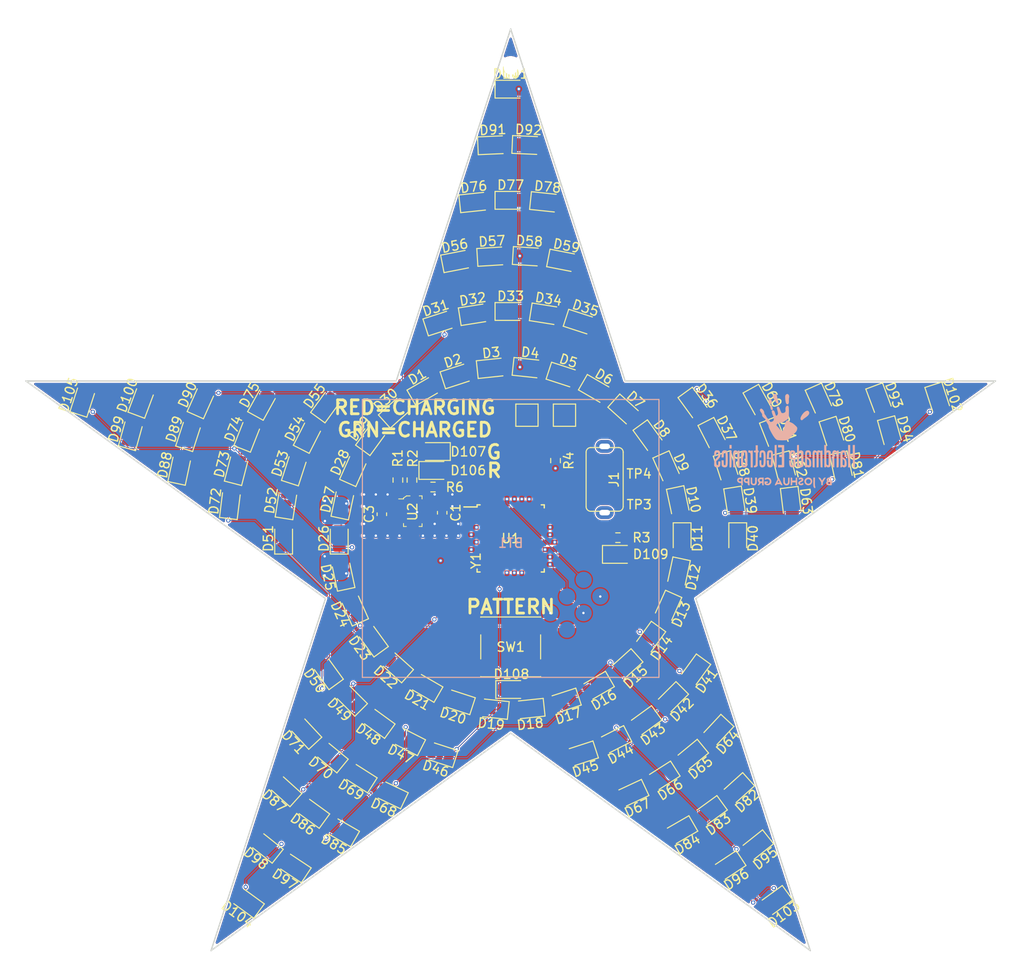
<source format=kicad_pcb>
(kicad_pcb (version 20171130) (host pcbnew "(5.1.9)-1")
  (layers (0 F.Cu signal) (1 In1.Cu signal) (2 In2.Cu signal) (31 B.Cu signal) (36 B.SilkS user) (37 F.SilkS user) (38 B.Mask user) (39 F.Mask user) (44 Edge.Cuts user))
  (net 0 "")
  (net 1 GND)
  (net 2 +5V)
  (net 3 +VBAT)
  (net 4 PIN11)
  (net 5 PIN1)
  (net 6 PIN10)
  (net 7 PIN9)
  (net 8 PIN8)
  (net 9 PIN7)
  (net 10 PIN6)
  (net 11 PIN5)
  (net 12 PIN4)
  (net 13 PIN3)
  (net 14 PIN2)
  (net 15 "Net-(D106-Pad1)")
  (net 16 "Net-(D107-Pad2)")
  (net 17 "Net-(D108-Pad2)")
  (net 18 "Net-(D109-Pad2)")
  (net 19 "Net-(J1-Pad3)")
  (net 20 "Net-(J1-Pad4)")
  (net 21 "Net-(J1-Pad2)")
  (net 22 MISO)
  (net 23 SCK)
  (net 24 MOSI)
  (net 25 RESET)
  (net 26 "Net-(R1-Pad1)")
  (net 27 "Net-(R6-Pad2)")
  (net 28 "Net-(U1-Pad7)")
  (net 29 "Net-(U1-Pad8)")
  (module Joshua:POGO_CONTACT_PAD_3MM (layer F.Cu) (at 113.87 95.85)
    (fp_text reference TP3 (at 0 0.5) (layer F.SilkS))
    (fp_text value "USB+ TestPoint")
    (pad 1 smd circle (at 0 0) (size 3 3) (layers F.Cu F.Mask) (net 2 +5V))
  )
  (module digikey-footprints:SOT-753 (layer F.Cu) (at 89.44 97.06 270)
    (fp_text reference U2 (at 0.06 0.02 270) (layer F.SilkS))
    (fp_text value MCP73831T-2ACI_OT)
    (pad 1 smd rect (at -0.95 1.35 270) (size 0.6 1.05) (layers F.Cu F.Paste F.Mask) (net 26 "Net-(R1-Pad1)"))
    (pad 2 smd rect (at 0 1.35 270) (size 0.6 1.05) (layers F.Cu F.Paste F.Mask) (net 1 GND))
    (pad 3 smd rect (at 0.95 1.35 270) (size 0.6 1.05) (layers F.Cu F.Paste F.Mask) (net 3 +VBAT))
    (pad 4 smd rect (at 0.95 -1.35 270) (size 0.6 1.05) (layers F.Cu F.Paste F.Mask) (net 2 +5V))
    (pad 5 smd rect (at -0.95 -1.35 270) (size 0.6 1.05) (layers F.Cu F.Paste F.Mask) (net 27 "Net-(R6-Pad2)"))
  )
  (module "Joshua:SW_Push_1P1T_NO_6x6mm_H5.0mm(LCSC#C620316)" (layer F.Cu) (at 100 111.71)
    (fp_text reference SW1 (at 0 0.01) (layer F.SilkS))
    (fp_text value SW_Push)
    (pad 2 smd rect (at 3.975 2.25) (size 2 1.5) (layers F.Cu F.Paste F.Mask) (net 17 "Net-(D108-Pad2)"))
    (pad 1 smd rect (at 3.975 -2.25) (size 2 1.5) (layers F.Cu F.Paste F.Mask) (net 6 PIN10))
    (pad 1 smd rect (at -3.975 -2.25) (size 2 1.5) (layers F.Cu F.Paste F.Mask) (net 6 PIN10))
    (pad 2 smd rect (at -3.975 2.25) (size 2 1.5) (layers F.Cu F.Paste F.Mask) (net 17 "Net-(D108-Pad2)"))
  )
  (module Joshua:3.7x3.1mm_Resonator (layer F.Cu) (at 92.44 102.4 90)
    (fp_text reference Y1 (at 0 3.81 90) (layer F.SilkS))
    (fp_text value 8Mhz)
    (pad 3 smd rect (at 1.5 0 90) (size 0.7 4.1) (layers F.Cu F.Paste F.Mask) (net 28 "Net-(U1-Pad7)"))
    (pad 2 smd rect (at 0 0 90) (size 1 4.1) (layers F.Cu F.Paste F.Mask) (net 1 GND))
    (pad 1 smd rect (at -1.5 0 90) (size 0.7 4.1) (layers F.Cu F.Paste F.Mask) (net 29 "Net-(U1-Pad8)"))
  )
  (module Joshua:USB-B_Micro_Female_Vertical_2073-USB3140-30-0230-1 (layer F.Cu) (at 110.14 93.64 90)
    (fp_text reference J1 (at 0 1.01 -90) (layer F.SilkS))
    (fp_text value 10118193-0001LF)
    (pad 5 smd rect (at 1.3 -0.89 90) (size 0.4 1.5) (layers F.Cu F.Paste F.Mask) (net 1 GND))
    (pad 4 smd rect (at 0.65 -0.89 90) (size 0.4 1.5) (layers F.Cu F.Paste F.Mask) (net 20 "Net-(J1-Pad4)"))
    (pad 3 smd rect (at 0 -0.89 90) (size 0.4 1.5) (layers F.Cu F.Paste F.Mask) (net 19 "Net-(J1-Pad3)"))
    (pad 2 smd rect (at -0.65 -0.89 90) (size 0.4 1.5) (layers F.Cu F.Paste F.Mask) (net 21 "Net-(J1-Pad2)"))
    (pad 1 smd rect (at -1.3 -0.89 90) (size 0.4 1.5) (layers F.Cu F.Paste F.Mask) (net 2 +5V))
    (pad "" np_thru_hole oval (at 3.575 0 90) (size 1.4 1.95) (drill oval 0.6 1.15) (layers *.Cu B.Mask))
    (pad "" np_thru_hole oval (at -3.575 0 90) (size 1.4 1.95) (drill oval 0.6 1.15) (layers *.Cu B.Mask))
  )
  (module Joshua:Handmade_Electronics-15.2x10.2mm (layer B.Cu) (at 129.55 89.47 180)
    (fp_text reference G*** hide)
    (fp_text value LOGO hide)
  )
  (module Joshua:POGO_CONTACT_PAD_3MM (layer F.Cu) (at 113.85 92.53)
    (fp_text reference TP4 (at 0 0.5) (layer F.SilkS))
    (fp_text value "USB GND TestPoint")
    (pad 1 smd circle (at 0 0) (size 3 3) (layers F.Cu F.Paste F.Mask) (net 1 GND))
  )
  (module Package_QFP:TQFP-32_7x7mm_P0.8mm (layer F.Cu) (at 100 100)
    (fp_text reference U1 (at 0 0) (layer F.SilkS))
    (fp_text value ATmega328P-AU)
    (pad 32 smd rect (at -2.8 -4.25 90) (size 1.6 0.55) (layers F.Cu F.Paste F.Mask) (net 13 PIN3))
    (pad 31 smd rect (at -2 -4.25 90) (size 1.6 0.55) (layers F.Cu F.Paste F.Mask) (net 14 PIN2))
    (pad 30 smd rect (at -1.2 -4.25 90) (size 1.6 0.55) (layers F.Cu F.Paste F.Mask) (net 5 PIN1))
    (pad 29 smd rect (at -0.4 -4.25 90) (size 1.6 0.55) (layers F.Cu F.Paste F.Mask) (net 25 RESET))
    (pad 28 smd rect (at 0.4 -4.25 90) (size 1.6 0.55) (layers F.Cu F.Paste F.Mask) (net 1 GND))
    (pad 27 smd rect (at 1.2 -4.25 90) (size 1.6 0.55) (layers F.Cu F.Paste F.Mask) (net 1 GND))
    (pad 26 smd rect (at 2 -4.25 90) (size 1.6 0.55) (layers F.Cu F.Paste F.Mask) (net 1 GND))
    (pad 25 smd rect (at 2.8 -4.25 90) (size 1.6 0.55) (layers F.Cu F.Paste F.Mask) (net 4 PIN11))
    (pad 24 smd rect (at 4.25 -2.8) (size 1.6 0.55) (layers F.Cu F.Paste F.Mask) (net 6 PIN10))
    (pad 23 smd rect (at 4.25 -2) (size 1.6 0.55) (layers F.Cu F.Paste F.Mask) (net 7 PIN9))
    (pad 22 smd rect (at 4.25 -1.2) (size 1.6 0.55) (layers F.Cu F.Paste F.Mask) (net 1 GND))
    (pad 21 smd rect (at 4.25 -0.4) (size 1.6 0.55) (layers F.Cu F.Paste F.Mask) (net 1 GND))
    (pad 20 smd rect (at 4.25 0.4) (size 1.6 0.55) (layers F.Cu F.Paste F.Mask) (net 1 GND))
    (pad 19 smd rect (at 4.25 1.2) (size 1.6 0.55) (layers F.Cu F.Paste F.Mask) (net 1 GND))
    (pad 18 smd rect (at 4.25 2) (size 1.6 0.55) (layers F.Cu F.Paste F.Mask) (net 3 +VBAT))
    (pad 17 smd rect (at 4.25 2.8) (size 1.6 0.55) (layers F.Cu F.Paste F.Mask) (net 23 SCK))
    (pad 16 smd rect (at 2.8 4.25 90) (size 1.6 0.55) (layers F.Cu F.Paste F.Mask) (net 22 MISO))
    (pad 15 smd rect (at 2 4.25 90) (size 1.6 0.55) (layers F.Cu F.Paste F.Mask) (net 24 MOSI))
    (pad 14 smd rect (at 1.2 4.25 90) (size 1.6 0.55) (layers F.Cu F.Paste F.Mask) (net 1 GND))
    (pad 13 smd rect (at 0.4 4.25 90) (size 1.6 0.55) (layers F.Cu F.Paste F.Mask) (net 1 GND))
    (pad 12 smd rect (at -0.4 4.25 90) (size 1.6 0.55) (layers F.Cu F.Paste F.Mask) (net 1 GND))
    (pad 11 smd rect (at -1.2 4.25 90) (size 1.6 0.55) (layers F.Cu F.Paste F.Mask) (net 8 PIN8))
    (pad 10 smd rect (at -2 4.25 90) (size 1.6 0.55) (layers F.Cu F.Paste F.Mask) (net 9 PIN7))
    (pad 9 smd rect (at -2.8 4.25 90) (size 1.6 0.55) (layers F.Cu F.Paste F.Mask) (net 10 PIN6))
    (pad 8 smd rect (at -4.25 2.8) (size 1.6 0.55) (layers F.Cu F.Paste F.Mask) (net 29 "Net-(U1-Pad8)"))
    (pad 7 smd rect (at -4.25 2) (size 1.6 0.55) (layers F.Cu F.Paste F.Mask) (net 28 "Net-(U1-Pad7)"))
    (pad 6 smd rect (at -4.25 1.2) (size 1.6 0.55) (layers F.Cu F.Paste F.Mask) (net 3 +VBAT))
    (pad 5 smd rect (at -4.25 0.4) (size 1.6 0.55) (layers F.Cu F.Paste F.Mask) (net 1 GND))
    (pad 4 smd rect (at -4.25 -0.4) (size 1.6 0.55) (layers F.Cu F.Paste F.Mask) (net 3 +VBAT))
    (pad 3 smd rect (at -4.25 -1.2) (size 1.6 0.55) (layers F.Cu F.Paste F.Mask) (net 1 GND))
    (pad 2 smd rect (at -4.25 -2) (size 1.6 0.55) (layers F.Cu F.Paste F.Mask) (net 11 PIN5))
    (pad 1 smd rect (at -4.25 -2.8) (size 1.6 0.55) (layers F.Cu F.Paste F.Mask) (net 12 PIN4))
  )
  (module Capacitor_SMD:C_0603_1608Metric_Pad1.08x0.95mm_HandSolder (layer F.Cu) (at 92.61 97.23 90)
    (fp_text reference C1 (at 0.01 1.46 90) (layer F.SilkS))
    (fp_text value 4.7uF)
    (pad 2 smd roundrect (at 0.8625 0 90) (size 1.075 0.95) (layers F.Cu F.Paste F.Mask) (net 1 GND))
    (pad 1 smd roundrect (at -0.8625 0 90) (size 1.075 0.95) (layers F.Cu F.Paste F.Mask) (net 2 +5V))
  )
  (module Capacitor_SMD:C_0603_1608Metric_Pad1.08x0.95mm_HandSolder (layer F.Cu) (at 86.1 97.3875 90)
    (fp_text reference C3 (at 0.0175 -1.37 90) (layer F.SilkS))
    (fp_text value 4.7uF)
    (pad 2 smd roundrect (at 0.8625 0 90) (size 1.075 0.95) (layers F.Cu F.Paste F.Mask) (net 1 GND))
    (pad 1 smd roundrect (at -0.8625 0 90) (size 1.075 0.95) (layers F.Cu F.Paste F.Mask) (net 3 +VBAT))
  )
  (module LED_SMD:LED_0805_2012Metric (layer F.Cu) (at 90.75 83.97853 30)
    (fp_text reference D1 (at 0 -1.65 30) (layer F.SilkS))
    (fp_text value LED_Small)
    (pad 2 smd roundrect (at 0.9375 0 30) (size 0.975 1.4) (layers F.Cu F.Paste F.Mask) (net 4 PIN11))
    (pad 1 smd roundrect (at -0.9375 0 30) (size 0.975 1.4) (layers F.Cu F.Paste F.Mask) (net 5 PIN1))
  )
  (module LED_SMD:LED_0805_2012Metric (layer F.Cu) (at 94.28 82.41 18)
    (fp_text reference D2 (at 0 -1.65 18) (layer F.SilkS))
    (fp_text value LED_Small)
    (pad 2 smd roundrect (at 0.9375 0 18) (size 0.975 1.4) (layers F.Cu F.Paste F.Mask) (net 5 PIN1))
    (pad 1 smd roundrect (at -0.9375 0 18) (size 0.975 1.4) (layers F.Cu F.Paste F.Mask) (net 4 PIN11))
  )
  (module LED_SMD:LED_0805_2012Metric (layer F.Cu) (at 98.07 81.6 6)
    (fp_text reference D3 (at 0 -1.65 6) (layer F.SilkS))
    (fp_text value LED_Small)
    (pad 2 smd roundrect (at 0.9375 0 6) (size 0.975 1.4) (layers F.Cu F.Paste F.Mask) (net 6 PIN10))
    (pad 1 smd roundrect (at -0.9375 0 6) (size 0.975 1.4) (layers F.Cu F.Paste F.Mask) (net 5 PIN1))
  )
  (module LED_SMD:LED_0805_2012Metric (layer F.Cu) (at 101.933776 81.601345 354)
    (fp_text reference D4 (at 0 -1.65 174) (layer F.SilkS))
    (fp_text value LED_Small)
    (pad 2 smd roundrect (at 0.9375 0 354) (size 0.975 1.4) (layers F.Cu F.Paste F.Mask) (net 5 PIN1))
    (pad 1 smd roundrect (at -0.9375 0 354) (size 0.975 1.4) (layers F.Cu F.Paste F.Mask) (net 6 PIN10))
  )
  (module LED_SMD:LED_0805_2012Metric (layer F.Cu) (at 105.72 82.41 342)
    (fp_text reference D5 (at 0 -1.65 162) (layer F.SilkS))
    (fp_text value LED_Small)
    (pad 2 smd roundrect (at 0.9375 0 342) (size 0.975 1.4) (layers F.Cu F.Paste F.Mask) (net 7 PIN9))
    (pad 1 smd roundrect (at -0.9375 0 342) (size 0.975 1.4) (layers F.Cu F.Paste F.Mask) (net 5 PIN1))
  )
  (module LED_SMD:LED_0805_2012Metric (layer F.Cu) (at 109.25 83.97853 330)
    (fp_text reference D6 (at 0 -1.65 150) (layer F.SilkS))
    (fp_text value LED_Small)
    (pad 2 smd roundrect (at 0.9375 0 330) (size 0.975 1.4) (layers F.Cu F.Paste F.Mask) (net 5 PIN1))
    (pad 1 smd roundrect (at -0.9375 0 330) (size 0.975 1.4) (layers F.Cu F.Paste F.Mask) (net 7 PIN9))
  )
  (module LED_SMD:LED_0805_2012Metric (layer F.Cu) (at 112.378916 86.25182 318)
    (fp_text reference D7 (at 0 -1.65 138) (layer F.SilkS))
    (fp_text value LED_Small)
    (pad 2 smd roundrect (at 0.9375 0 318) (size 0.975 1.4) (layers F.Cu F.Paste F.Mask) (net 8 PIN8))
    (pad 1 smd roundrect (at -0.9375 0 318) (size 0.975 1.4) (layers F.Cu F.Paste F.Mask) (net 5 PIN1))
  )
  (module LED_SMD:LED_0805_2012Metric (layer F.Cu) (at 114.966814 89.125972 306)
    (fp_text reference D8 (at 0 -1.65 126) (layer F.SilkS))
    (fp_text value LED_Small)
    (pad 2 smd roundrect (at 0.9375 0 306) (size 0.975 1.4) (layers F.Cu F.Paste F.Mask) (net 5 PIN1))
    (pad 1 smd roundrect (at -0.9375 0 306) (size 0.975 1.4) (layers F.Cu F.Paste F.Mask) (net 8 PIN8))
  )
  (module LED_SMD:LED_0805_2012Metric (layer F.Cu) (at 116.9 92.47 294)
    (fp_text reference D9 (at 0 -1.65 114) (layer F.SilkS))
    (fp_text value LED_Small)
    (pad 2 smd roundrect (at 0.9375 0 294) (size 0.975 1.4) (layers F.Cu F.Paste F.Mask) (net 9 PIN7))
    (pad 1 smd roundrect (at -0.9375 0 294) (size 0.975 1.4) (layers F.Cu F.Paste F.Mask) (net 5 PIN1))
  )
  (module LED_SMD:LED_0805_2012Metric (layer F.Cu) (at 118.095731 96.153633 282)
    (fp_text reference D10 (at 0 -1.65 102) (layer F.SilkS))
    (fp_text value LED_Small)
    (pad 2 smd roundrect (at 0.9375 0 282) (size 0.975 1.4) (layers F.Cu F.Paste F.Mask) (net 5 PIN1))
    (pad 1 smd roundrect (at -0.9375 0 282) (size 0.975 1.4) (layers F.Cu F.Paste F.Mask) (net 9 PIN7))
  )
  (module LED_SMD:LED_0805_2012Metric (layer F.Cu) (at 118.5 100 270)
    (fp_text reference D11 (at 0 -1.65 90) (layer F.SilkS))
    (fp_text value LED_Small)
    (pad 2 smd roundrect (at 0.9375 0 270) (size 0.975 1.4) (layers F.Cu F.Paste F.Mask) (net 10 PIN6))
    (pad 1 smd roundrect (at -0.9375 0 270) (size 0.975 1.4) (layers F.Cu F.Paste F.Mask) (net 5 PIN1))
  )
  (module LED_SMD:LED_0805_2012Metric (layer F.Cu) (at 118.095731 103.846366 258)
    (fp_text reference D12 (at 0 -1.65 78) (layer F.SilkS))
    (fp_text value LED_Small)
    (pad 2 smd roundrect (at 0.9375 0 258) (size 0.975 1.4) (layers F.Cu F.Paste F.Mask) (net 5 PIN1))
    (pad 1 smd roundrect (at -0.9375 0 258) (size 0.975 1.4) (layers F.Cu F.Paste F.Mask) (net 10 PIN6))
  )
  (module LED_SMD:LED_0805_2012Metric (layer F.Cu) (at 116.900591 107.524627 246)
    (fp_text reference D13 (at 0 -1.65 66) (layer F.SilkS))
    (fp_text value LED_Small)
    (pad 2 smd roundrect (at 0.9375 0 246) (size 0.975 1.4) (layers F.Cu F.Paste F.Mask) (net 11 PIN5))
    (pad 1 smd roundrect (at -0.9375 0 246) (size 0.975 1.4) (layers F.Cu F.Paste F.Mask) (net 5 PIN1))
  )
  (module LED_SMD:LED_0805_2012Metric (layer F.Cu) (at 114.961049 110.871547 234)
    (fp_text reference D14 (at 0 -1.65 54) (layer F.SilkS))
    (fp_text value LED_Small)
    (pad 2 smd roundrect (at 0.9375 0 234) (size 0.975 1.4) (layers F.Cu F.Paste F.Mask) (net 5 PIN1))
    (pad 1 smd roundrect (at -0.9375 0 234) (size 0.975 1.4) (layers F.Cu F.Paste F.Mask) (net 11 PIN5))
  )
  (module LED_SMD:LED_0805_2012Metric (layer F.Cu) (at 112.38 113.75 222)
    (fp_text reference D15 (at 0 -1.65 42) (layer F.SilkS))
    (fp_text value LED_Small)
    (pad 2 smd roundrect (at 0.9375 0 222) (size 0.975 1.4) (layers F.Cu F.Paste F.Mask) (net 12 PIN4))
    (pad 1 smd roundrect (at -0.9375 0 222) (size 0.975 1.4) (layers F.Cu F.Paste F.Mask) (net 5 PIN1))
  )
  (module LED_SMD:LED_0805_2012Metric (layer F.Cu) (at 109.248102 116.01875 210)
    (fp_text reference D16 (at 0 -1.65 30) (layer F.SilkS))
    (fp_text value LED_Small)
    (pad 2 smd roundrect (at 0.9375 0 210) (size 0.975 1.4) (layers F.Cu F.Paste F.Mask) (net 5 PIN1))
    (pad 1 smd roundrect (at -0.9375 0 210) (size 0.975 1.4) (layers F.Cu F.Paste F.Mask) (net 12 PIN4))
  )
  (module LED_SMD:LED_0805_2012Metric (layer F.Cu) (at 105.716815 117.594545 198)
    (fp_text reference D17 (at 0 -1.65 18) (layer F.SilkS))
    (fp_text value LED_Small)
    (pad 2 smd roundrect (at 0.9375 0 198) (size 0.975 1.4) (layers F.Cu F.Paste F.Mask) (net 13 PIN3))
    (pad 1 smd roundrect (at -0.9375 0 198) (size 0.975 1.4) (layers F.Cu F.Paste F.Mask) (net 5 PIN1))
  )
  (module LED_SMD:LED_0805_2012Metric (layer F.Cu) (at 101.933777 118.398655 186)
    (fp_text reference D18 (at 0 -1.65 6) (layer F.SilkS))
    (fp_text value LED_Small)
    (pad 2 smd roundrect (at 0.9375 0 186) (size 0.975 1.4) (layers F.Cu F.Paste F.Mask) (net 5 PIN1))
    (pad 1 smd roundrect (at -0.9375 0 186) (size 0.975 1.4) (layers F.Cu F.Paste F.Mask) (net 13 PIN3))
  )
  (module LED_SMD:LED_0805_2012Metric (layer F.Cu) (at 98.066224 118.398655 174)
    (fp_text reference D19 (at 0 -1.65 174) (layer F.SilkS))
    (fp_text value LED_Small)
    (pad 2 smd roundrect (at 0.9375 0 174) (size 0.975 1.4) (layers F.Cu F.Paste F.Mask) (net 14 PIN2))
    (pad 1 smd roundrect (at -0.9375 0 174) (size 0.975 1.4) (layers F.Cu F.Paste F.Mask) (net 5 PIN1))
  )
  (module LED_SMD:LED_0805_2012Metric (layer F.Cu) (at 94.283186 117.594546 162)
    (fp_text reference D20 (at 0 -1.65 162) (layer F.SilkS))
    (fp_text value LED_Small)
    (pad 2 smd roundrect (at 0.9375 0 162) (size 0.975 1.4) (layers F.Cu F.Paste F.Mask) (net 5 PIN1))
    (pad 1 smd roundrect (at -0.9375 0 162) (size 0.975 1.4) (layers F.Cu F.Paste F.Mask) (net 14 PIN2))
  )
  (module LED_SMD:LED_0805_2012Metric (layer F.Cu) (at 90.748101 116.021251 150)
    (fp_text reference D21 (at 0 -1.65 150) (layer F.SilkS))
    (fp_text value LED_Small)
    (pad 2 smd roundrect (at 0.9375 0 150) (size 0.975 1.4) (layers F.Cu F.Paste F.Mask) (net 4 PIN11))
    (pad 1 smd roundrect (at -0.9375 0 150) (size 0.975 1.4) (layers F.Cu F.Paste F.Mask) (net 14 PIN2))
  )
  (module LED_SMD:LED_0805_2012Metric (layer F.Cu) (at 87.621084 113.74818 138)
    (fp_text reference D22 (at 0 -1.65 138) (layer F.SilkS))
    (fp_text value LED_Small)
    (pad 2 smd roundrect (at 0.9375 0 138) (size 0.975 1.4) (layers F.Cu F.Paste F.Mask) (net 14 PIN2))
    (pad 1 smd roundrect (at -0.9375 0 138) (size 0.975 1.4) (layers F.Cu F.Paste F.Mask) (net 4 PIN11))
  )
  (module LED_SMD:LED_0805_2012Metric (layer F.Cu) (at 85.033186 110.874028 126)
    (fp_text reference D23 (at 0 -1.65 126) (layer F.SilkS))
    (fp_text value LED_Small)
    (pad 2 smd roundrect (at 0.9375 0 126) (size 0.975 1.4) (layers F.Cu F.Paste F.Mask) (net 6 PIN10))
    (pad 1 smd roundrect (at -0.9375 0 126) (size 0.975 1.4) (layers F.Cu F.Paste F.Mask) (net 14 PIN2))
  )
  (module LED_SMD:LED_0805_2012Metric (layer F.Cu) (at 83.099409 107.524628 114)
    (fp_text reference D24 (at 0 -1.65 114) (layer F.SilkS))
    (fp_text value LED_Small)
    (pad 2 smd roundrect (at 0.9375 0 114) (size 0.975 1.4) (layers F.Cu F.Paste F.Mask) (net 14 PIN2))
    (pad 1 smd roundrect (at -0.9375 0 114) (size 0.975 1.4) (layers F.Cu F.Paste F.Mask) (net 6 PIN10))
  )
  (module LED_SMD:LED_0805_2012Metric (layer F.Cu) (at 81.904269 103.846367 102)
    (fp_text reference D25 (at 0 -1.65 102) (layer F.SilkS))
    (fp_text value LED_Small)
    (pad 2 smd roundrect (at 0.9375 0 102) (size 0.975 1.4) (layers F.Cu F.Paste F.Mask) (net 7 PIN9))
    (pad 1 smd roundrect (at -0.9375 0 102) (size 0.975 1.4) (layers F.Cu F.Paste F.Mask) (net 14 PIN2))
  )
  (module LED_SMD:LED_0805_2012Metric (layer F.Cu) (at 81.5 100.0025 90)
    (fp_text reference D26 (at 0 -1.65 90) (layer F.SilkS))
    (fp_text value LED_Small)
    (pad 2 smd roundrect (at 0.9375 0 90) (size 0.975 1.4) (layers F.Cu F.Paste F.Mask) (net 14 PIN2))
    (pad 1 smd roundrect (at -0.9375 0 90) (size 0.975 1.4) (layers F.Cu F.Paste F.Mask) (net 7 PIN9))
  )
  (module LED_SMD:LED_0805_2012Metric (layer F.Cu) (at 81.904269 96.153634 78)
    (fp_text reference D27 (at 0 -1.65 78) (layer F.SilkS))
    (fp_text value LED_Small)
    (pad 2 smd roundrect (at 0.9375 0 78) (size 0.975 1.4) (layers F.Cu F.Paste F.Mask) (net 8 PIN8))
    (pad 1 smd roundrect (at -0.9375 0 78) (size 0.975 1.4) (layers F.Cu F.Paste F.Mask) (net 14 PIN2))
  )
  (module LED_SMD:LED_0805_2012Metric (layer F.Cu) (at 83.1 92.47 66)
    (fp_text reference D28 (at 0 -1.65 66) (layer F.SilkS))
    (fp_text value LED_Small)
    (pad 2 smd roundrect (at 0.9375 0 66) (size 0.975 1.4) (layers F.Cu F.Paste F.Mask) (net 14 PIN2))
    (pad 1 smd roundrect (at -0.9375 0 66) (size 0.975 1.4) (layers F.Cu F.Paste F.Mask) (net 8 PIN8))
  )
  (module LED_SMD:LED_0805_2012Metric (layer F.Cu) (at 85.033185 89.125973 54)
    (fp_text reference D29 (at 0 -1.65 54) (layer F.SilkS))
    (fp_text value LED_Small)
    (pad 2 smd roundrect (at 0.9375 0 54) (size 0.975 1.4) (layers F.Cu F.Paste F.Mask) (net 9 PIN7))
    (pad 1 smd roundrect (at -0.9375 0 54) (size 0.975 1.4) (layers F.Cu F.Paste F.Mask) (net 14 PIN2))
  )
  (module LED_SMD:LED_0805_2012Metric (layer F.Cu) (at 87.621083 86.251821 42)
    (fp_text reference D30 (at 0 -1.65 42) (layer F.SilkS))
    (fp_text value LED_Small)
    (pad 2 smd roundrect (at 0.9375 0 42) (size 0.975 1.4) (layers F.Cu F.Paste F.Mask) (net 14 PIN2))
    (pad 1 smd roundrect (at -0.9375 0 42) (size 0.975 1.4) (layers F.Cu F.Paste F.Mask) (net 9 PIN7))
  )
  (module LED_SMD:LED_0805_2012Metric (layer F.Cu) (at 92.429084 76.699115 18)
    (fp_text reference D31 (at 0 -1.65 18) (layer F.SilkS))
    (fp_text value LED_Small)
    (pad 2 smd roundrect (at 0.9375 0 18) (size 0.975 1.4) (layers F.Cu F.Paste F.Mask) (net 10 PIN6))
    (pad 1 smd roundrect (at -0.9375 0 18) (size 0.975 1.4) (layers F.Cu F.Paste F.Mask) (net 14 PIN2))
  )
  (module LED_SMD:LED_0805_2012Metric (layer F.Cu) (at 96.167356 75.801636 9)
    (fp_text reference D32 (at 0 -1.65 9) (layer F.SilkS))
    (fp_text value LED_Small)
    (pad 2 smd roundrect (at 0.9375 0 9) (size 0.975 1.4) (layers F.Cu F.Paste F.Mask) (net 14 PIN2))
    (pad 1 smd roundrect (at -0.9375 0 9) (size 0.975 1.4) (layers F.Cu F.Paste F.Mask) (net 10 PIN6))
  )
  (module LED_SMD:LED_0805_2012Metric (layer F.Cu) (at 100 75.5)
    (fp_text reference D33 (at 0 -1.65) (layer F.SilkS))
    (fp_text value LED_Small)
    (pad 2 smd roundrect (at 0.9375 0) (size 0.975 1.4) (layers F.Cu F.Paste F.Mask) (net 11 PIN5))
    (pad 1 smd roundrect (at -0.9375 0) (size 0.975 1.4) (layers F.Cu F.Paste F.Mask) (net 14 PIN2))
  )
  (module LED_SMD:LED_0805_2012Metric (layer F.Cu) (at 103.83 75.8 351)
    (fp_text reference D34 (at 0 -1.65 171) (layer F.SilkS))
    (fp_text value LED_Small)
    (pad 2 smd roundrect (at 0.9375 0 351) (size 0.975 1.4) (layers F.Cu F.Paste F.Mask) (net 14 PIN2))
    (pad 1 smd roundrect (at -0.9375 0 351) (size 0.975 1.4) (layers F.Cu F.Paste F.Mask) (net 11 PIN5))
  )
  (module LED_SMD:LED_0805_2012Metric (layer F.Cu) (at 107.570916 76.699115 342)
    (fp_text reference D35 (at 0 -1.65 162) (layer F.SilkS))
    (fp_text value LED_Small)
    (pad 2 smd roundrect (at 0.9375 0 342) (size 0.975 1.4) (layers F.Cu F.Paste F.Mask) (net 12 PIN4))
    (pad 1 smd roundrect (at -0.9375 0 342) (size 0.975 1.4) (layers F.Cu F.Paste F.Mask) (net 14 PIN2))
  )
  (module LED_SMD:LED_0805_2012Metric (layer F.Cu) (at 119.820916 85.599261 306)
    (fp_text reference D36 (at 0 -1.65 126) (layer F.SilkS))
    (fp_text value LED_Small)
    (pad 2 smd roundrect (at 0.9375 0 306) (size 0.975 1.4) (layers F.Cu F.Paste F.Mask) (net 14 PIN2))
    (pad 1 smd roundrect (at -0.9375 0 306) (size 0.975 1.4) (layers F.Cu F.Paste F.Mask) (net 12 PIN4))
  )
  (module LED_SMD:LED_0805_2012Metric (layer F.Cu) (at 121.82966 88.877233 297)
    (fp_text reference D37 (at 0 -1.65 117) (layer F.SilkS))
    (fp_text value LED_Small)
    (pad 2 smd roundrect (at 0.9375 0 297) (size 0.975 1.4) (layers F.Cu F.Paste F.Mask) (net 13 PIN3))
    (pad 1 smd roundrect (at -0.9375 0 297) (size 0.975 1.4) (layers F.Cu F.Paste F.Mask) (net 14 PIN2))
  )
  (module LED_SMD:LED_0805_2012Metric (layer F.Cu) (at 123.3 92.43 288)
    (fp_text reference D38 (at 0 -1.65 108) (layer F.SilkS))
    (fp_text value LED_Small)
    (pad 2 smd roundrect (at 0.9375 0 288) (size 0.975 1.4) (layers F.Cu F.Paste F.Mask) (net 14 PIN2))
    (pad 1 smd roundrect (at -0.9375 0 288) (size 0.975 1.4) (layers F.Cu F.Paste F.Mask) (net 13 PIN3))
  )
  (module LED_SMD:LED_0805_2012Metric (layer F.Cu) (at 124.2 96.17 279)
    (fp_text reference D39 (at 0 -1.65 99) (layer F.SilkS))
    (fp_text value LED_Small)
    (pad 2 smd roundrect (at 0.9375 0 279) (size 0.975 1.4) (layers F.Cu F.Paste F.Mask) (net 4 PIN11))
    (pad 1 smd roundrect (at -0.9375 0 279) (size 0.975 1.4) (layers F.Cu F.Paste F.Mask) (net 13 PIN3))
  )
  (module LED_SMD:LED_0805_2012Metric (layer F.Cu) (at 124.5 100 270)
    (fp_text reference D40 (at 0 -1.65 90) (layer F.SilkS))
    (fp_text value LED_Small)
    (pad 2 smd roundrect (at 0.9375 0 270) (size 0.975 1.4) (layers F.Cu F.Paste F.Mask) (net 13 PIN3))
    (pad 1 smd roundrect (at -0.9375 0 270) (size 0.975 1.4) (layers F.Cu F.Paste F.Mask) (net 4 PIN11))
  )
  (module LED_SMD:LED_0805_2012Metric (layer F.Cu) (at 119.82 114.4 234)
    (fp_text reference D41 (at 0 -1.65 54) (layer F.SilkS))
    (fp_text value LED_Small)
    (pad 2 smd roundrect (at 0.9375 0 234) (size 0.975 1.4) (layers F.Cu F.Paste F.Mask) (net 6 PIN10))
    (pad 1 smd roundrect (at -0.9375 0 234) (size 0.975 1.4) (layers F.Cu F.Paste F.Mask) (net 13 PIN3))
  )
  (module LED_SMD:LED_0805_2012Metric (layer F.Cu) (at 117.322912 117.327088 225)
    (fp_text reference D42 (at 0 -1.65 45) (layer F.SilkS))
    (fp_text value LED_Small)
    (pad 2 smd roundrect (at 0.9375 0 225) (size 0.975 1.4) (layers F.Cu F.Paste F.Mask) (net 13 PIN3))
    (pad 1 smd roundrect (at -0.9375 0 225) (size 0.975 1.4) (layers F.Cu F.Paste F.Mask) (net 6 PIN10))
  )
  (module LED_SMD:LED_0805_2012Metric (layer F.Cu) (at 114.4 119.82 216)
    (fp_text reference D43 (at 0 -1.65 36) (layer F.SilkS))
    (fp_text value LED_Small)
    (pad 2 smd roundrect (at 0.9375 0 216) (size 0.975 1.4) (layers F.Cu F.Paste F.Mask) (net 7 PIN9))
    (pad 1 smd roundrect (at -0.9375 0 216) (size 0.975 1.4) (layers F.Cu F.Paste F.Mask) (net 13 PIN3))
  )
  (module LED_SMD:LED_0805_2012Metric (layer F.Cu) (at 111.122767 121.82966 207)
    (fp_text reference D44 (at 0 -1.65 27) (layer F.SilkS))
    (fp_text value LED_Small)
    (pad 2 smd roundrect (at 0.9375 0 207) (size 0.975 1.4) (layers F.Cu F.Paste F.Mask) (net 13 PIN3))
    (pad 1 smd roundrect (at -0.9375 0 207) (size 0.975 1.4) (layers F.Cu F.Paste F.Mask) (net 7 PIN9))
  )
  (module LED_SMD:LED_0805_2012Metric (layer F.Cu) (at 107.57 123.3 198)
    (fp_text reference D45 (at 0 -1.65 18) (layer F.SilkS))
    (fp_text value LED_Small)
    (pad 2 smd roundrect (at 0.9375 0 198) (size 0.975 1.4) (layers F.Cu F.Paste F.Mask) (net 8 PIN8))
    (pad 1 smd roundrect (at -0.9375 0 198) (size 0.975 1.4) (layers F.Cu F.Paste F.Mask) (net 13 PIN3))
  )
  (module LED_SMD:LED_0805_2012Metric (layer F.Cu) (at 92.43 123.3 162)
    (fp_text reference D46 (at 0 -1.65 162) (layer F.SilkS))
    (fp_text value LED_Small)
    (pad 2 smd roundrect (at 0.9375 0 162) (size 0.975 1.4) (layers F.Cu F.Paste F.Mask) (net 13 PIN3))
    (pad 1 smd roundrect (at -0.9375 0 162) (size 0.975 1.4) (layers F.Cu F.Paste F.Mask) (net 8 PIN8))
  )
  (module LED_SMD:LED_0805_2012Metric (layer F.Cu) (at 88.877233 121.82966 153)
    (fp_text reference D47 (at 0 -1.65 153) (layer F.SilkS))
    (fp_text value LED_Small)
    (pad 2 smd roundrect (at 0.9375 0 153) (size 0.975 1.4) (layers F.Cu F.Paste F.Mask) (net 9 PIN7))
    (pad 1 smd roundrect (at -0.9375 0 153) (size 0.975 1.4) (layers F.Cu F.Paste F.Mask) (net 13 PIN3))
  )
  (module LED_SMD:LED_0805_2012Metric (layer F.Cu) (at 85.599261 119.820916 144)
    (fp_text reference D48 (at 0 -1.65 144) (layer F.SilkS))
    (fp_text value LED_Small)
    (pad 2 smd roundrect (at 0.9375 0 144) (size 0.975 1.4) (layers F.Cu F.Paste F.Mask) (net 13 PIN3))
    (pad 1 smd roundrect (at -0.9375 0 144) (size 0.975 1.4) (layers F.Cu F.Paste F.Mask) (net 9 PIN7))
  )
  (module LED_SMD:LED_0805_2012Metric (layer F.Cu) (at 82.675884 117.324116 135)
    (fp_text reference D49 (at 0 -1.65 135) (layer F.SilkS))
    (fp_text value LED_Small)
    (pad 2 smd roundrect (at 0.9375 0 135) (size 0.975 1.4) (layers F.Cu F.Paste F.Mask) (net 10 PIN6))
    (pad 1 smd roundrect (at -0.9375 0 135) (size 0.975 1.4) (layers F.Cu F.Paste F.Mask) (net 13 PIN3))
  )
  (module LED_SMD:LED_0805_2012Metric (layer F.Cu) (at 80.18 114.4 126)
    (fp_text reference D50 (at 0 -1.65 126) (layer F.SilkS))
    (fp_text value LED_Small)
    (pad 2 smd roundrect (at 0.9375 0 126) (size 0.975 1.4) (layers F.Cu F.Paste F.Mask) (net 13 PIN3))
    (pad 1 smd roundrect (at -0.9375 0 126) (size 0.975 1.4) (layers F.Cu F.Paste F.Mask) (net 10 PIN6))
  )
  (module LED_SMD:LED_0805_2012Metric (layer F.Cu) (at 75.5 100 90)
    (fp_text reference D51 (at 0 -1.65 90) (layer F.SilkS))
    (fp_text value LED_Small)
    (pad 2 smd roundrect (at 0.9375 0 90) (size 0.975 1.4) (layers F.Cu F.Paste F.Mask) (net 11 PIN5))
    (pad 1 smd roundrect (at -0.9375 0 90) (size 0.975 1.4) (layers F.Cu F.Paste F.Mask) (net 13 PIN3))
  )
  (module LED_SMD:LED_0805_2012Metric (layer F.Cu) (at 75.801636 96.167356 81)
    (fp_text reference D52 (at 0 -1.65 81) (layer F.SilkS))
    (fp_text value LED_Small)
    (pad 2 smd roundrect (at 0.9375 0 81) (size 0.975 1.4) (layers F.Cu F.Paste F.Mask) (net 13 PIN3))
    (pad 1 smd roundrect (at -0.9375 0 81) (size 0.975 1.4) (layers F.Cu F.Paste F.Mask) (net 11 PIN5))
  )
  (module LED_SMD:LED_0805_2012Metric (layer F.Cu) (at 76.699115 92.429084 72)
    (fp_text reference D53 (at 0 -1.65 72) (layer F.SilkS))
    (fp_text value LED_Small)
    (pad 2 smd roundrect (at 0.9375 0 72) (size 0.975 1.4) (layers F.Cu F.Paste F.Mask) (net 12 PIN4))
    (pad 1 smd roundrect (at -0.9375 0 72) (size 0.975 1.4) (layers F.Cu F.Paste F.Mask) (net 13 PIN3))
  )
  (module LED_SMD:LED_0805_2012Metric (layer F.Cu) (at 78.17034 88.877233 63)
    (fp_text reference D54 (at 0 -1.65 63) (layer F.SilkS))
    (fp_text value LED_Small)
    (pad 2 smd roundrect (at 0.9375 0 63) (size 0.975 1.4) (layers F.Cu F.Paste F.Mask) (net 13 PIN3))
    (pad 1 smd roundrect (at -0.9375 0 63) (size 0.975 1.4) (layers F.Cu F.Paste F.Mask) (net 12 PIN4))
  )
  (module LED_SMD:LED_0805_2012Metric (layer F.Cu) (at 80.179084 85.599261 54)
    (fp_text reference D55 (at 0 -1.65 54) (layer F.SilkS))
    (fp_text value LED_Small)
    (pad 2 smd roundrect (at 0.9375 0 54) (size 0.975 1.4) (layers F.Cu F.Paste F.Mask) (net 4 PIN11))
    (pad 1 smd roundrect (at -0.9375 0 54) (size 0.975 1.4) (layers F.Cu F.Paste F.Mask) (net 12 PIN4))
  )
  (module LED_SMD:LED_0805_2012Metric (layer F.Cu) (at 94.28 70.04 11)
    (fp_text reference D56 (at 0 -1.65 11) (layer F.SilkS))
    (fp_text value LED_Small)
    (pad 2 smd roundrect (at 0.9375 0 11) (size 0.975 1.4) (layers F.Cu F.Paste F.Mask) (net 12 PIN4))
    (pad 1 smd roundrect (at -0.9375 0 11) (size 0.975 1.4) (layers F.Cu F.Paste F.Mask) (net 4 PIN11))
  )
  (module LED_SMD:LED_0805_2012Metric (layer F.Cu) (at 98.084889 69.560185 3.5)
    (fp_text reference D57 (at 0 -1.65 3.5) (layer F.SilkS))
    (fp_text value LED_Small)
    (pad 2 smd roundrect (at 0.9375 0 3.5) (size 0.975 1.4) (layers F.Cu F.Paste F.Mask) (net 6 PIN10))
    (pad 1 smd roundrect (at -0.9375 0 3.5) (size 0.975 1.4) (layers F.Cu F.Paste F.Mask) (net 12 PIN4))
  )
  (module LED_SMD:LED_0805_2012Metric (layer F.Cu) (at 101.92 69.56 356.5)
    (fp_text reference D58 (at 0 -1.65 176.5) (layer F.SilkS))
    (fp_text value LED_Small)
    (pad 2 smd roundrect (at 0.9375 0 356.5) (size 0.975 1.4) (layers F.Cu F.Paste F.Mask) (net 12 PIN4))
    (pad 1 smd roundrect (at -0.9375 0 356.5) (size 0.975 1.4) (layers F.Cu F.Paste F.Mask) (net 6 PIN10))
  )
  (module LED_SMD:LED_0805_2012Metric (layer F.Cu) (at 105.71513 70.040239 349)
    (fp_text reference D59 (at 0 -1.65 169) (layer F.SilkS))
    (fp_text value LED_Small)
    (pad 2 smd roundrect (at 0.9375 0 349) (size 0.975 1.4) (layers F.Cu F.Paste F.Mask) (net 7 PIN9))
    (pad 1 smd roundrect (at -0.9375 0 349) (size 0.975 1.4) (layers F.Cu F.Paste F.Mask) (net 12 PIN4))
  )
  (module LED_SMD:LED_0805_2012Metric (layer F.Cu) (at 126.727353 85.306513 299)
    (fp_text reference D60 (at 0 -1.65 119) (layer F.SilkS))
    (fp_text value LED_Small)
    (pad 2 smd roundrect (at 0.9375 0 299) (size 0.975 1.4) (layers F.Cu F.Paste F.Mask) (net 12 PIN4))
    (pad 1 smd roundrect (at -0.9375 0 299) (size 0.975 1.4) (layers F.Cu F.Paste F.Mask) (net 7 PIN9))
  )
  (module LED_SMD:LED_0805_2012Metric (layer F.Cu) (at 128.358183 88.772201 291.5)
    (fp_text reference D61 (at 0 -1.65 111.5) (layer F.SilkS))
    (fp_text value LED_Small)
    (pad 2 smd roundrect (at 0.9375 0 291.5) (size 0.975 1.4) (layers F.Cu F.Paste F.Mask) (net 8 PIN8))
    (pad 1 smd roundrect (at -0.9375 0 291.5) (size 0.975 1.4) (layers F.Cu F.Paste F.Mask) (net 12 PIN4))
  )
  (module LED_SMD:LED_0805_2012Metric (layer F.Cu) (at 129.541786 92.414958 284.5)
    (fp_text reference D62 (at 0 -1.65 104.5) (layer F.SilkS))
    (fp_text value LED_Small)
    (pad 2 smd roundrect (at 0.9375 0 284.5) (size 0.975 1.4) (layers F.Cu F.Paste F.Mask) (net 12 PIN4))
    (pad 1 smd roundrect (at -0.9375 0 284.5) (size 0.975 1.4) (layers F.Cu F.Paste F.Mask) (net 8 PIN8))
  )
  (module LED_SMD:LED_0805_2012Metric (layer F.Cu) (at 130.259498 96.177336 277)
    (fp_text reference D63 (at 0 -1.65 97) (layer F.SilkS))
    (fp_text value LED_Small)
    (pad 2 smd roundrect (at 0.9375 0 277) (size 0.975 1.4) (layers F.Cu F.Paste F.Mask) (net 9 PIN7))
    (pad 1 smd roundrect (at -0.9375 0 277) (size 0.975 1.4) (layers F.Cu F.Paste F.Mask) (net 12 PIN4))
  )
  (module LED_SMD:LED_0805_2012Metric (layer F.Cu) (at 122.233543 120.878686 227)
    (fp_text reference D64 (at 0 -1.65 47) (layer F.SilkS))
    (fp_text value LED_Small)
    (pad 2 smd roundrect (at 0.9375 0 227) (size 0.975 1.4) (layers F.Cu F.Paste F.Mask) (net 12 PIN4))
    (pad 1 smd roundrect (at -0.9375 0 227) (size 0.975 1.4) (layers F.Cu F.Paste F.Mask) (net 9 PIN7))
  )
  (module LED_SMD:LED_0805_2012Metric (layer F.Cu) (at 119.441432 123.500654 219.5)
    (fp_text reference D65 (at 0 -1.65 39.5) (layer F.SilkS))
    (fp_text value LED_Small)
    (pad 2 smd roundrect (at 0.9375 0 219.5) (size 0.975 1.4) (layers F.Cu F.Paste F.Mask) (net 10 PIN6))
    (pad 1 smd roundrect (at -0.9375 0 219.5) (size 0.975 1.4) (layers F.Cu F.Paste F.Mask) (net 12 PIN4))
  )
  (module LED_SMD:LED_0805_2012Metric (layer F.Cu) (at 116.342717 125.752001 212.5)
    (fp_text reference D66 (at 0 -1.65 32.5) (layer F.SilkS))
    (fp_text value LED_Small)
    (pad 2 smd roundrect (at 0.9375 0 212.5) (size 0.975 1.4) (layers F.Cu F.Paste F.Mask) (net 12 PIN4))
    (pad 1 smd roundrect (at -0.9375 0 212.5) (size 0.975 1.4) (layers F.Cu F.Paste F.Mask) (net 10 PIN6))
  )
  (module LED_SMD:LED_0805_2012Metric (layer F.Cu) (at 112.986268 127.597225 205)
    (fp_text reference D67 (at 0 -1.65 25) (layer F.SilkS))
    (fp_text value LED_Small)
    (pad 2 smd roundrect (at 0.9375 0 205) (size 0.975 1.4) (layers F.Cu F.Paste F.Mask) (net 11 PIN5))
    (pad 1 smd roundrect (at -0.9375 0 205) (size 0.975 1.4) (layers F.Cu F.Paste F.Mask) (net 12 PIN4))
  )
  (module LED_SMD:LED_0805_2012Metric (layer F.Cu) (at 87.013732 127.597225 154.5)
    (fp_text reference D68 (at 0 -1.65 154.5) (layer F.SilkS))
    (fp_text value LED_Small)
    (pad 2 smd roundrect (at 0.9375 0 154.5) (size 0.975 1.4) (layers F.Cu F.Paste F.Mask) (net 12 PIN4))
    (pad 1 smd roundrect (at -0.9375 0 154.5) (size 0.975 1.4) (layers F.Cu F.Paste F.Mask) (net 11 PIN5))
  )
  (module LED_SMD:LED_0805_2012Metric (layer F.Cu) (at 83.657283 125.752002 147.5)
    (fp_text reference D69 (at 0 -1.65 147.5) (layer F.SilkS))
    (fp_text value LED_Small)
    (pad 2 smd roundrect (at 0.9375 0 147.5) (size 0.975 1.4) (layers F.Cu F.Paste F.Mask) (net 4 PIN11))
    (pad 1 smd roundrect (at -0.9375 0 147.5) (size 0.975 1.4) (layers F.Cu F.Paste F.Mask) (net 11 PIN5))
  )
  (module LED_SMD:LED_0805_2012Metric (layer F.Cu) (at 80.558569 123.500654 140.5)
    (fp_text reference D70 (at 0 -1.65 140.5) (layer F.SilkS))
    (fp_text value LED_Small)
    (pad 2 smd roundrect (at 0.9375 0 140.5) (size 0.975 1.4) (layers F.Cu F.Paste F.Mask) (net 11 PIN5))
    (pad 1 smd roundrect (at -0.9375 0 140.5) (size 0.975 1.4) (layers F.Cu F.Paste F.Mask) (net 4 PIN11))
  )
  (module LED_SMD:LED_0805_2012Metric (layer F.Cu) (at 77.766457 120.878687 133)
    (fp_text reference D71 (at 0 -1.65 133) (layer F.SilkS))
    (fp_text value LED_Small)
    (pad 2 smd roundrect (at 0.9375 0 133) (size 0.975 1.4) (layers F.Cu F.Paste F.Mask) (net 6 PIN10))
    (pad 1 smd roundrect (at -0.9375 0 133) (size 0.975 1.4) (layers F.Cu F.Paste F.Mask) (net 11 PIN5))
  )
  (module LED_SMD:LED_0805_2012Metric (layer F.Cu) (at 69.740502 96.177337 83)
    (fp_text reference D72 (at 0 -1.65 83) (layer F.SilkS))
    (fp_text value LED_Small)
    (pad 2 smd roundrect (at 0.9375 0 83) (size 0.975 1.4) (layers F.Cu F.Paste F.Mask) (net 11 PIN5))
    (pad 1 smd roundrect (at -0.9375 0 83) (size 0.975 1.4) (layers F.Cu F.Paste F.Mask) (net 6 PIN10))
  )
  (module LED_SMD:LED_0805_2012Metric (layer F.Cu) (at 70.458214 92.414959 75.5)
    (fp_text reference D73 (at 0 -1.65 75.5) (layer F.SilkS))
    (fp_text value LED_Small)
    (pad 2 smd roundrect (at 0.9375 0 75.5) (size 0.975 1.4) (layers F.Cu F.Paste F.Mask) (net 7 PIN9))
    (pad 1 smd roundrect (at -0.9375 0 75.5) (size 0.975 1.4) (layers F.Cu F.Paste F.Mask) (net 11 PIN5))
  )
  (module LED_SMD:LED_0805_2012Metric (layer F.Cu) (at 71.641817 88.772201 68.5)
    (fp_text reference D74 (at 0 -1.65 68.5) (layer F.SilkS))
    (fp_text value LED_Small)
    (pad 2 smd roundrect (at 0.9375 0 68.5) (size 0.975 1.4) (layers F.Cu F.Paste F.Mask) (net 11 PIN5))
    (pad 1 smd roundrect (at -0.9375 0 68.5) (size 0.975 1.4) (layers F.Cu F.Paste F.Mask) (net 7 PIN9))
  )
  (module LED_SMD:LED_0805_2012Metric (layer F.Cu) (at 73.272646 85.306513 61)
    (fp_text reference D75 (at 0 -1.65 61) (layer F.SilkS))
    (fp_text value LED_Small)
    (pad 2 smd roundrect (at 0.9375 0 61) (size 0.975 1.4) (layers F.Cu F.Paste F.Mask) (net 8 PIN8))
    (pad 1 smd roundrect (at -0.9375 0 61) (size 0.975 1.4) (layers F.Cu F.Paste F.Mask) (net 11 PIN5))
  )
  (module LED_SMD:LED_0805_2012Metric (layer F.Cu) (at 96.184711 63.699951 6)
    (fp_text reference D76 (at 0 -1.65 6) (layer F.SilkS))
    (fp_text value LED_Small)
    (pad 2 smd roundrect (at 0.9375 0 6) (size 0.975 1.4) (layers F.Cu F.Paste F.Mask) (net 11 PIN5))
    (pad 1 smd roundrect (at -0.9375 0 6) (size 0.975 1.4) (layers F.Cu F.Paste F.Mask) (net 8 PIN8))
  )
  (module LED_SMD:LED_0805_2012Metric (layer F.Cu) (at 100 63.5)
    (fp_text reference D77 (at 0 -1.65) (layer F.SilkS))
    (fp_text value LED_Small)
    (pad 2 smd roundrect (at 0.9375 0) (size 0.975 1.4) (layers F.Cu F.Paste F.Mask) (net 9 PIN7))
    (pad 1 smd roundrect (at -0.9375 0) (size 0.975 1.4) (layers F.Cu F.Paste F.Mask) (net 11 PIN5))
  )
  (module LED_SMD:LED_0805_2012Metric (layer F.Cu) (at 103.815289 63.699951 354)
    (fp_text reference D78 (at 0 -1.65 174) (layer F.SilkS))
    (fp_text value LED_Small)
    (pad 2 smd roundrect (at 0.9375 0 354) (size 0.975 1.4) (layers F.Cu F.Paste F.Mask) (net 11 PIN5))
    (pad 1 smd roundrect (at -0.9375 0 354) (size 0.975 1.4) (layers F.Cu F.Paste F.Mask) (net 9 PIN7))
  )
  (module LED_SMD:LED_0805_2012Metric (layer F.Cu) (at 133.344409 85.154113 294)
    (fp_text reference D79 (at 0 -1.65 114) (layer F.SilkS))
    (fp_text value LED_Small)
    (pad 2 smd roundrect (at 0.9375 0 294) (size 0.975 1.4) (layers F.Cu F.Paste F.Mask) (net 10 PIN6))
    (pad 1 smd roundrect (at -0.9375 0 294) (size 0.975 1.4) (layers F.Cu F.Paste F.Mask) (net 11 PIN5))
  )
  (module LED_SMD:LED_0805_2012Metric (layer F.Cu) (at 134.713563 88.72088 288)
    (fp_text reference D80 (at 0 -1.65 108) (layer F.SilkS))
    (fp_text value LED_Small)
    (pad 2 smd roundrect (at 0.9375 0 288) (size 0.975 1.4) (layers F.Cu F.Paste F.Mask) (net 11 PIN5))
    (pad 1 smd roundrect (at -0.9375 0 288) (size 0.975 1.4) (layers F.Cu F.Paste F.Mask) (net 10 PIN6))
  )
  (module LED_SMD:LED_0805_2012Metric (layer F.Cu) (at 135.702387 92.411223 282)
    (fp_text reference D81 (at 0 -1.65 102) (layer F.SilkS))
    (fp_text value LED_Small)
    (pad 2 smd roundrect (at 0.9375 0 282) (size 0.975 1.4) (layers F.Cu F.Paste F.Mask) (net 4 PIN11))
    (pad 1 smd roundrect (at -0.9375 0 282) (size 0.975 1.4) (layers F.Cu F.Paste F.Mask) (net 10 PIN6))
  )
  (module LED_SMD:LED_0805_2012Metric (layer F.Cu) (at 124.423267 127.124786 222)
    (fp_text reference D82 (at 0 -1.65 42) (layer F.SilkS))
    (fp_text value LED_Small)
    (pad 2 smd roundrect (at 0.9375 0 222) (size 0.975 1.4) (layers F.Cu F.Paste F.Mask) (net 10 PIN6))
    (pad 1 smd roundrect (at -0.9375 0 222) (size 0.975 1.4) (layers F.Cu F.Paste F.Mask) (net 4 PIN11))
  )
  (module LED_SMD:LED_0805_2012Metric (layer F.Cu) (at 121.454162 129.52912 216)
    (fp_text reference D83 (at 0 -1.65 36) (layer F.SilkS))
    (fp_text value LED_Small)
    (pad 2 smd roundrect (at 0.9375 0 216) (size 0.975 1.4) (layers F.Cu F.Paste F.Mask) (net 6 PIN10))
    (pad 1 smd roundrect (at -0.9375 0 216) (size 0.975 1.4) (layers F.Cu F.Paste F.Mask) (net 10 PIN6))
  )
  (module LED_SMD:LED_0805_2012Metric (layer F.Cu) (at 118.25 131.609927 210)
    (fp_text reference D84 (at 0 -1.65 30) (layer F.SilkS))
    (fp_text value LED_Small)
    (pad 2 smd roundrect (at 0.9375 0 210) (size 0.975 1.4) (layers F.Cu F.Paste F.Mask) (net 10 PIN6))
    (pad 1 smd roundrect (at -0.9375 0 210) (size 0.975 1.4) (layers F.Cu F.Paste F.Mask) (net 6 PIN10))
  )
  (module LED_SMD:LED_0805_2012Metric (layer F.Cu) (at 81.75 131.609927 150)
    (fp_text reference D85 (at 0 -1.65 150) (layer F.SilkS))
    (fp_text value LED_Small)
    (pad 2 smd roundrect (at 0.9375 0 150) (size 0.975 1.4) (layers F.Cu F.Paste F.Mask) (net 7 PIN9))
    (pad 1 smd roundrect (at -0.9375 0 150) (size 0.975 1.4) (layers F.Cu F.Paste F.Mask) (net 10 PIN6))
  )
  (module LED_SMD:LED_0805_2012Metric (layer F.Cu) (at 78.545838 129.52912 144)
    (fp_text reference D86 (at 0 -1.65 144) (layer F.SilkS))
    (fp_text value LED_Small)
    (pad 2 smd roundrect (at 0.9375 0 144) (size 0.975 1.4) (layers F.Cu F.Paste F.Mask) (net 10 PIN6))
    (pad 1 smd roundrect (at -0.9375 0 144) (size 0.975 1.4) (layers F.Cu F.Paste F.Mask) (net 7 PIN9))
  )
  (module LED_SMD:LED_0805_2012Metric (layer F.Cu) (at 75.576733 127.124786 138)
    (fp_text reference D87 (at 0 -1.65 138) (layer F.SilkS))
    (fp_text value LED_Small)
    (pad 2 smd roundrect (at 0.9375 0 138) (size 0.975 1.4) (layers F.Cu F.Paste F.Mask) (net 8 PIN8))
    (pad 1 smd roundrect (at -0.9375 0 138) (size 0.975 1.4) (layers F.Cu F.Paste F.Mask) (net 10 PIN6))
  )
  (module LED_SMD:LED_0805_2012Metric (layer F.Cu) (at 64.297613 92.411223 78)
    (fp_text reference D88 (at 0 -1.65 78) (layer F.SilkS))
    (fp_text value LED_Small)
    (pad 2 smd roundrect (at 0.9375 0 78) (size 0.975 1.4) (layers F.Cu F.Paste F.Mask) (net 10 PIN6))
    (pad 1 smd roundrect (at -0.9375 0 78) (size 0.975 1.4) (layers F.Cu F.Paste F.Mask) (net 8 PIN8))
  )
  (module LED_SMD:LED_0805_2012Metric (layer F.Cu) (at 65.286437 88.72088 72)
    (fp_text reference D89 (at 0 -1.65 72) (layer F.SilkS))
    (fp_text value LED_Small)
    (pad 2 smd roundrect (at 0.9375 0 72) (size 0.975 1.4) (layers F.Cu F.Paste F.Mask) (net 9 PIN7))
    (pad 1 smd roundrect (at -0.9375 0 72) (size 0.975 1.4) (layers F.Cu F.Paste F.Mask) (net 10 PIN6))
  )
  (module LED_SMD:LED_0805_2012Metric (layer F.Cu) (at 66.655591 85.154113 66)
    (fp_text reference D90 (at 0 -1.65 66) (layer F.SilkS))
    (fp_text value LED_Small)
    (pad 2 smd roundrect (at 0.9375 0 66) (size 0.975 1.4) (layers F.Cu F.Paste F.Mask) (net 10 PIN6))
    (pad 1 smd roundrect (at -0.9375 0 66) (size 0.975 1.4) (layers F.Cu F.Paste F.Mask) (net 9 PIN7))
  )
  (module LED_SMD:LED_0805_2012Metric (layer F.Cu) (at 98.146176 57.540451 2.5)
    (fp_text reference D91 (at 0 -1.65 2.5) (layer F.SilkS))
    (fp_text value LED_Small)
    (pad 2 smd roundrect (at 0.9375 0 2.5) (size 0.975 1.4) (layers F.Cu F.Paste F.Mask) (net 4 PIN11))
    (pad 1 smd roundrect (at -0.9375 0 2.5) (size 0.975 1.4) (layers F.Cu F.Paste F.Mask) (net 9 PIN7))
  )
  (module LED_SMD:LED_0805_2012Metric (layer F.Cu) (at 101.853824 57.540451 357.5)
    (fp_text reference D92 (at 0 -1.65 177.5) (layer F.SilkS))
    (fp_text value LED_Small)
    (pad 2 smd roundrect (at 0.9375 0 357.5) (size 0.975 1.4) (layers F.Cu F.Paste F.Mask) (net 9 PIN7))
    (pad 1 smd roundrect (at -0.9375 0 357.5) (size 0.975 1.4) (layers F.Cu F.Paste F.Mask) (net 4 PIN11))
  )
  (module LED_SMD:LED_0805_2012Metric (layer F.Cu) (at 139.808568 85.116186 290.5)
    (fp_text reference D93 (at 0 -1.65 110.5) (layer F.SilkS))
    (fp_text value LED_Small)
    (pad 2 smd roundrect (at 0.9375 0 290.5) (size 0.975 1.4) (layers F.Cu F.Paste F.Mask) (net 6 PIN10))
    (pad 1 smd roundrect (at -0.9375 0 290.5) (size 0.975 1.4) (layers F.Cu F.Paste F.Mask) (net 9 PIN7))
  )
  (module LED_SMD:LED_0805_2012Metric (layer F.Cu) (at 140.954294 88.642369 285.5)
    (fp_text reference D94 (at 0 -1.65 105.5) (layer F.SilkS))
    (fp_text value LED_Small)
    (pad 2 smd roundrect (at 0.9375 0 285.5) (size 0.975 1.4) (layers F.Cu F.Paste F.Mask) (net 9 PIN7))
    (pad 1 smd roundrect (at -0.9375 0 285.5) (size 0.975 1.4) (layers F.Cu F.Paste F.Mask) (net 6 PIN10))
  )
  (module LED_SMD:LED_0805_2012Metric (layer F.Cu) (at 126.456872 133.260846 218.5)
    (fp_text reference D95 (at 0 -1.65 38.5) (layer F.SilkS))
    (fp_text value LED_Small)
    (pad 2 smd roundrect (at 0.9375 0 218.5) (size 0.975 1.4) (layers F.Cu F.Paste F.Mask) (net 7 PIN9))
    (pad 1 smd roundrect (at -0.9375 0 218.5) (size 0.975 1.4) (layers F.Cu F.Paste F.Mask) (net 9 PIN7))
  )
  (module LED_SMD:LED_0805_2012Metric (layer F.Cu) (at 123.457322 135.440147 213.5)
    (fp_text reference D96 (at 0 -1.65 33.5) (layer F.SilkS))
    (fp_text value LED_Small)
    (pad 2 smd roundrect (at 0.9375 0 213.5) (size 0.975 1.4) (layers F.Cu F.Paste F.Mask) (net 9 PIN7))
    (pad 1 smd roundrect (at -0.9375 0 213.5) (size 0.975 1.4) (layers F.Cu F.Paste F.Mask) (net 7 PIN9))
  )
  (module LED_SMD:LED_0805_2012Metric (layer F.Cu) (at 76.542678 135.440147 146.5)
    (fp_text reference D97 (at 0 -1.65 146.5) (layer F.SilkS))
    (fp_text value LED_Small)
    (pad 2 smd roundrect (at 0.9375 0 146.5) (size 0.975 1.4) (layers F.Cu F.Paste F.Mask) (net 8 PIN8))
    (pad 1 smd roundrect (at -0.9375 0 146.5) (size 0.975 1.4) (layers F.Cu F.Paste F.Mask) (net 9 PIN7))
  )
  (module LED_SMD:LED_0805_2012Metric (layer F.Cu) (at 73.543128 133.260846 141.5)
    (fp_text reference D98 (at 0 -1.65 141.5) (layer F.SilkS))
    (fp_text value LED_Small)
    (pad 2 smd roundrect (at 0.9375 0 141.5) (size 0.975 1.4) (layers F.Cu F.Paste F.Mask) (net 9 PIN7))
    (pad 1 smd roundrect (at -0.9375 0 141.5) (size 0.975 1.4) (layers F.Cu F.Paste F.Mask) (net 8 PIN8))
  )
  (module LED_SMD:LED_0805_2012Metric (layer F.Cu) (at 59.045706 88.642369 74.5)
    (fp_text reference D99 (at 0 -1.65 74.5) (layer F.SilkS))
    (fp_text value LED_Small)
    (pad 2 smd roundrect (at 0.9375 0 74.5) (size 0.975 1.4) (layers F.Cu F.Paste F.Mask) (net 4 PIN11))
    (pad 1 smd roundrect (at -0.9375 0 74.5) (size 0.975 1.4) (layers F.Cu F.Paste F.Mask) (net 8 PIN8))
  )
  (module LED_SMD:LED_0805_2012Metric (layer F.Cu) (at 60.191432 85.116186 69.5)
    (fp_text reference D100 (at 0 -1.65 69.5) (layer F.SilkS))
    (fp_text value LED_Small)
    (pad 2 smd roundrect (at 0.9375 0 69.5) (size 0.975 1.4) (layers F.Cu F.Paste F.Mask) (net 8 PIN8))
    (pad 1 smd roundrect (at -0.9375 0 69.5) (size 0.975 1.4) (layers F.Cu F.Paste F.Mask) (net 4 PIN11))
  )
  (module LED_SMD:LED_0805_2012Metric (layer F.Cu) (at 100 51.5)
    (fp_text reference D101 (at 0 -1.65) (layer F.SilkS))
    (fp_text value LED_Small)
    (pad 2 smd roundrect (at 0.9375 0) (size 0.975 1.4) (layers F.Cu F.Paste F.Mask) (net 6 PIN10))
    (pad 1 smd roundrect (at -0.9375 0) (size 0.975 1.4) (layers F.Cu F.Paste F.Mask) (net 8 PIN8))
  )
  (module LED_SMD:LED_0805_2012Metric (layer F.Cu) (at 146.126241 85.012676 288)
    (fp_text reference D102 (at 0 -1.65 108) (layer F.SilkS))
    (fp_text value LED_Small)
    (pad 2 smd roundrect (at 0.9375 0 288) (size 0.975 1.4) (layers F.Cu F.Paste F.Mask) (net 8 PIN8))
    (pad 1 smd roundrect (at -0.9375 0 288) (size 0.975 1.4) (layers F.Cu F.Paste F.Mask) (net 6 PIN10))
  )
  (module LED_SMD:LED_0805_2012Metric (layer F.Cu) (at 128.507585 139.237324 216)
    (fp_text reference D103 (at 0 -1.65 36) (layer F.SilkS))
    (fp_text value LED_Small)
    (pad 2 smd roundrect (at 0.9375 0 216) (size 0.975 1.4) (layers F.Cu F.Paste F.Mask) (net 7 PIN9))
    (pad 1 smd roundrect (at -0.9375 0 216) (size 0.975 1.4) (layers F.Cu F.Paste F.Mask) (net 8 PIN8))
  )
  (module LED_SMD:LED_0805_2012Metric (layer F.Cu) (at 71.492415 139.237324 144)
    (fp_text reference D104 (at 0 -1.65 144) (layer F.SilkS))
    (fp_text value LED_Small)
    (pad 2 smd roundrect (at 0.9375 0 144) (size 0.975 1.4) (layers F.Cu F.Paste F.Mask) (net 8 PIN8))
    (pad 1 smd roundrect (at -0.9375 0 144) (size 0.975 1.4) (layers F.Cu F.Paste F.Mask) (net 7 PIN9))
  )
  (module LED_SMD:LED_0805_2012Metric (layer F.Cu) (at 53.873759 85.012676 72)
    (fp_text reference D105 (at 0 -1.65 72) (layer F.SilkS))
    (fp_text value LED_Small)
    (pad 2 smd roundrect (at 0.9375 0 72) (size 0.975 1.4) (layers F.Cu F.Paste F.Mask) (net 4 PIN11))
    (pad 1 smd roundrect (at -0.9375 0 72) (size 0.975 1.4) (layers F.Cu F.Paste F.Mask) (net 7 PIN9))
  )
  (module LED_SMD:LED_0805_2012Metric (layer F.Cu) (at 91.79 92.66)
    (fp_text reference D106 (at 3.63 0) (layer F.SilkS))
    (fp_text value RED)
    (pad 2 smd roundrect (at 0.9375 0) (size 0.975 1.4) (layers F.Cu F.Paste F.Mask) (net 2 +5V))
    (pad 1 smd roundrect (at -0.9375 0) (size 0.975 1.4) (layers F.Cu F.Paste F.Mask) (net 15 "Net-(D106-Pad1)"))
  )
  (module LED_SMD:LED_0805_2012Metric (layer F.Cu) (at 91.8 90.62 180)
    (fp_text reference D107 (at -3.63 -0.02) (layer F.SilkS))
    (fp_text value GREEN)
    (pad 2 smd roundrect (at 0.9375 0 180) (size 0.975 1.4) (layers F.Cu F.Paste F.Mask) (net 16 "Net-(D107-Pad2)"))
    (pad 1 smd roundrect (at -0.9375 0 180) (size 0.975 1.4) (layers F.Cu F.Paste F.Mask) (net 1 GND))
  )
  (module Diode_SMD:D_0805_2012Metric (layer F.Cu) (at 100.08 116.31)
    (fp_text reference D108 (at 0 -1.65) (layer F.SilkS))
    (fp_text value D)
    (pad 2 smd roundrect (at 0.9375 0) (size 0.975 1.4) (layers F.Cu F.Paste F.Mask) (net 17 "Net-(D108-Pad2)"))
    (pad 1 smd roundrect (at -0.9375 0) (size 0.975 1.4) (layers F.Cu F.Paste F.Mask) (net 4 PIN11))
  )
  (module LED_SMD:LED_0805_2012Metric (layer F.Cu) (at 111.59 101.72)
    (fp_text reference D109 (at 3.52 -0.01) (layer F.SilkS))
    (fp_text value YELLOW)
    (pad 2 smd roundrect (at 0.9375 0) (size 0.975 1.4) (layers F.Cu F.Paste F.Mask) (net 18 "Net-(D109-Pad2)"))
    (pad 1 smd roundrect (at -0.9375 0) (size 0.975 1.4) (layers F.Cu F.Paste F.Mask) (net 1 GND))
  )
  (module Joshua:MountingHole_1.5mm (layer F.Cu) (at 100 49.17)
    (fp_text reference H1 (at 0 0.5) (layer F.SilkS))
    (fp_text value MountingHole)
    (pad "" np_thru_hole circle (at 0 0) (size 1.5 1.5) (drill 1.5) (layers *.Cu *.Mask) (clearance 0.5))
  )
  (module Joshua:6Pin_ICSP_Pads (layer B.Cu) (at 106.979826 107.167109 315)
    (fp_text reference J2 hide)
    (fp_text value Conn_02x03_Odd_Even hide)
    (pad 6 smd circle (at 1.27 -2.54 315) (size 1.75 1.75) (layers B.Cu B.Paste B.Mask) (net 1 GND))
    (pad 5 smd circle (at -1.27 -2.54 315) (size 1.75 1.75) (layers B.Cu B.Paste B.Mask) (net 25 RESET))
    (pad 4 smd circle (at 1.27 0 315) (size 1.75 1.75) (layers B.Cu B.Paste B.Mask) (net 24 MOSI))
    (pad 3 smd circle (at -1.27 0 315) (size 1.75 1.75) (layers B.Cu B.Paste B.Mask) (net 23 SCK))
    (pad 2 smd circle (at 1.27 2.54 315) (size 1.75 1.75) (layers B.Cu B.Paste B.Mask) (net 2 +5V))
    (pad 1 smd circle (at -1.27 2.54 315) (size 1.75 1.75) (layers B.Cu B.Paste B.Mask) (net 22 MISO))
  )
  (module Resistor_SMD:R_0603_1608Metric (layer F.Cu) (at 87.83 93.7 90)
    (fp_text reference R1 (at 2.36 -0.01 90) (layer F.SilkS))
    (fp_text value 470R)
    (pad 2 smd roundrect (at 0.825 0 90) (size 0.8 0.95) (layers F.Cu F.Paste F.Mask) (net 15 "Net-(D106-Pad1)"))
    (pad 1 smd roundrect (at -0.825 0 90) (size 0.8 0.95) (layers F.Cu F.Paste F.Mask) (net 26 "Net-(R1-Pad1)"))
  )
  (module Resistor_SMD:R_0603_1608Metric (layer F.Cu) (at 89.35 93.7 90)
    (fp_text reference R2 (at 2.34 0.09 90) (layer F.SilkS))
    (fp_text value 470R)
    (pad 2 smd roundrect (at 0.825 0 90) (size 0.8 0.95) (layers F.Cu F.Paste F.Mask) (net 16 "Net-(D107-Pad2)"))
    (pad 1 smd roundrect (at -0.825 0 90) (size 0.8 0.95) (layers F.Cu F.Paste F.Mask) (net 26 "Net-(R1-Pad1)"))
  )
  (module Resistor_SMD:R_0603_1608Metric (layer F.Cu) (at 111.57 99.92 180)
    (fp_text reference R3 (at -2.55 0) (layer F.SilkS))
    (fp_text value 470)
    (pad 2 smd roundrect (at 0.825 0 180) (size 0.8 0.95) (layers F.Cu F.Paste F.Mask) (net 23 SCK))
    (pad 1 smd roundrect (at -0.825 0 180) (size 0.8 0.95) (layers F.Cu F.Paste F.Mask) (net 18 "Net-(D109-Pad2)"))
  )
  (module Resistor_SMD:R_0603_1608Metric (layer F.Cu) (at 104.84 91.6 270)
    (fp_text reference R4 (at 0 -1.43 90) (layer F.SilkS))
    (fp_text value 100K)
    (pad 2 smd roundrect (at 0.825 0 270) (size 0.8 0.95) (layers F.Cu F.Paste F.Mask) (net 3 +VBAT))
    (pad 1 smd roundrect (at -0.825 0 270) (size 0.8 0.95) (layers F.Cu F.Paste F.Mask) (net 25 RESET))
  )
  (module Resistor_SMD:R_0603_1608Metric (layer F.Cu) (at 91.62 94.45 180)
    (fp_text reference R6 (at -2.35 -0.02) (layer F.SilkS))
    (fp_text value 5K)
    (pad 2 smd roundrect (at 0.825 0 180) (size 0.8 0.95) (layers F.Cu F.Paste F.Mask) (net 27 "Net-(R6-Pad2)"))
    (pad 1 smd roundrect (at -0.825 0 180) (size 0.8 0.95) (layers F.Cu F.Paste F.Mask) (net 1 GND))
  )
  (module Joshua:LIPO_1S_503030_450mAH (layer B.Cu) (at 100 100 180)
    (fp_text reference BT1 (at 0 -0.5) (layer B.SilkS) (effects (justify mirror)))
    (fp_text value Battery_Cell)
    (pad 1 smd roundrect (at 19 3 180) (size 3 3) (layers B.Cu B.Mask) (net 3 +VBAT))
    (pad 2 smd roundrect (at 19 -3 180) (size 3 3) (layers B.Cu B.Mask) (net 1 GND))
  )
  (module TestPoint:TestPoint_Pad_2.0x2.0mm (layer F.Cu) (at 105.804994 86.694995 270)
    (fp_text reference TP5 hide)
    (fp_text value "BATT+ PAD")
    (pad 1 smd rect (at 0 0 270) (size 2 2) (layers F.Cu F.Mask) (net 25 RESET))
  )
  (module TestPoint:TestPoint_Pad_2.0x2.0mm (layer F.Cu) (at 101.755003 86.694995 270)
    (fp_text reference TP6 hide)
    (fp_text value "BATT+ PAD")
    (pad 1 smd rect (at 0 0 270) (size 2 2) (layers F.Cu F.Mask) (net 1 GND))
  )
  (gr_text PATTERN (at 100 107.38) (layer F.SilkS) (effects (font (size 1.5 1.5) (thickness 0.3))))
  (gr_text R (at 98.23 92.67) (layer F.SilkS) (effects (font (size 1.5 1.5) (thickness 0.3))))
  (gr_text G (at 98.19 90.68) (layer F.SilkS) (effects (font (size 1.5 1.5) (thickness 0.3))))
  (gr_text "RED=CHARGING\nGRN=CHARGED" (at 89.65 87.07) (layer F.SilkS) (effects (font (size 1.5 1.5) (thickness 0.3))))
  (gr_line (start 47.691892 83.004065) (end 87.65052 83.002477) (layer Edge.Cuts) (width 0.15))
  (gr_line (start 47.691892 83.004065) (end 80.019725 106.493573) (layer Edge.Cuts) (width 0.15))
  (gr_line (start 100 45) (end 112.347556 83.002477) (layer Edge.Cuts) (width 0.15))
  (gr_line (start 132.328189 144.495935) (end 119.980275 106.493573) (layer Edge.Cuts) (width 0.15))
  (gr_line (start 152.308108 83.004065) (end 119.980275 106.493573) (layer Edge.Cuts) (width 0.15))
  (gr_line (start 132.328189 144.495935) (end 100 121.01) (layer Edge.Cuts) (width 0.15))
  (gr_line (start 152.308108 83.004065) (end 112.347556 83.002477) (layer Edge.Cuts) (width 0.15))
  (gr_line (start 67.671811 144.495935) (end 100 121.01) (layer Edge.Cuts) (width 0.15))
  (gr_line (start 100 45) (end 87.65052 83.002477) (layer Edge.Cuts) (width 0.15))
  (gr_line (start 67.671811 144.495935) (end 80.019725 106.493573) (layer Edge.Cuts) (width 0.15))
  (via (at 82.25 103.78) (size 0.4572) (drill 0.254) (layers F.Cu B.Cu) (net 1))
  (via (at 79.93 103.99) (size 0.4572) (drill 0.254) (layers F.Cu B.Cu) (net 1))
  (via (at 79.93 101.93) (size 0.4572) (drill 0.254) (layers F.Cu B.Cu) (net 1))
  (via (at 99.59 103.7) (size 0.4572) (drill 0.254) (layers F.Cu B.Cu) (net 1))
  (via (at 100.39 103.71) (size 0.4572) (drill 0.254) (layers F.Cu B.Cu) (net 1))
  (via (at 101.2 103.71) (size 0.4572) (drill 0.254) (layers F.Cu B.Cu) (net 1))
  (via (at 103.71 101.2) (size 0.4572) (drill 0.254) (layers F.Cu B.Cu) (net 1))
  (via (at 104.75 100.4) (size 0.4572) (drill 0.254) (layers F.Cu B.Cu) (net 1))
  (via (at 104.25 99.6) (size 0.4572) (drill 0.254) (layers F.Cu B.Cu) (net 1))
  (via (at 96.31 98.81) (size 0.4572) (drill 0.254) (layers F.Cu B.Cu) (net 1))
  (via (at 109.67 106.27) (size 0.4572) (drill 0.254) (layers F.Cu B.Cu) (net 1))
  (via (at 92.44 102.4) (size 0.4572) (drill 0.254) (layers F.Cu B.Cu) (net 1))
  (via (at 96.3 100.4) (size 0.4572) (drill 0.254) (layers F.Cu B.Cu) (net 1))
  (via (at 102 95.76) (size 0.4572) (drill 0.254) (layers F.Cu B.Cu) (net 1))
  (segment (start 102 95.75) (end 102 95.76) (width 0.0889) (layer F.Cu) (net 1))
  (via (at 100.4 95.75) (size 0.4572) (drill 0.254) (layers F.Cu B.Cu) (net 1))
  (via (at 101.2 95.75) (size 0.4572) (drill 0.254) (layers F.Cu B.Cu) (net 1))
  (via (at 104.26 98.79) (size 0.4572) (drill 0.254) (layers F.Cu B.Cu) (net 1))
  (segment (start 104.25 98.8) (end 104.26 98.79) (width 0.0889) (layer F.Cu) (net 1))
  (via (at 84.18 96.525) (size 0.4572) (drill 0.254) (layers F.Cu B.Cu) (net 1))
  (via (at 84.18 95.255) (size 0.4572) (drill 0.254) (layers F.Cu B.Cu) (net 1))
  (via (at 85.45 95.255) (size 0.4572) (drill 0.254) (layers F.Cu B.Cu) (net 1))
  (via (at 86.72 95.255) (size 0.4572) (drill 0.254) (layers F.Cu B.Cu) (net 1))
  (via (at 93.705 96.525) (size 0.4572) (drill 0.254) (layers F.Cu B.Cu) (net 1))
  (via (at 93.705 95.255) (size 0.4572) (drill 0.254) (layers F.Cu B.Cu) (net 1))
  (via (at 91.8 95.255) (size 0.4572) (drill 0.254) (layers F.Cu B.Cu) (net 1))
  (via (at 89.895 97.16) (size 0.4572) (drill 0.254) (layers F.Cu B.Cu) (net 1))
  (segment (start 92.7375 90.62) (end 91.8 91.5575) (width 0.0889) (layer F.Cu) (net 1))
  (segment (start 91.8 93.805) (end 92.445 94.45) (width 0.0889) (layer F.Cu) (net 1))
  (segment (start 91.8 91.5575) (end 91.8 93.805) (width 0.0889) (layer F.Cu) (net 1))
  (via (at 90.53 99.7) (size 0.4572) (drill 0.254) (layers F.Cu B.Cu) (net 2))
  (via (at 91.8 99.7) (size 0.4572) (drill 0.254) (layers F.Cu B.Cu) (net 2))
  (via (at 93.07 99.7) (size 0.4572) (drill 0.254) (layers F.Cu B.Cu) (net 2))
  (via (at 94.34 99.7) (size 0.4572) (drill 0.254) (layers F.Cu B.Cu) (net 2))
  (via (at 94.34 98.43) (size 0.4572) (drill 0.254) (layers F.Cu B.Cu) (net 2))
  (via (at 91.8 98.43) (size 0.4572) (drill 0.254) (layers F.Cu B.Cu) (net 2))
  (segment (start 92.7275 92.66) (end 94.285 92.66) (width 0.0889) (layer F.Cu) (net 2))
  (segment (start 94.34 92.715) (end 94.34 98.43) (width 0.0889) (layer F.Cu) (net 2))
  (segment (start 94.285 92.66) (end 94.34 92.715) (width 0.0889) (layer F.Cu) (net 2))
  (via (at 82.26 96.23) (size 0.4572) (drill 0.254) (layers F.Cu B.Cu) (net 3))
  (via (at 79.96 98.12) (size 0.4572) (drill 0.254) (layers F.Cu B.Cu) (net 3))
  (via (at 79.96 95.95) (size 0.4572) (drill 0.254) (layers F.Cu B.Cu) (net 3))
  (via (at 95.75 99.59) (size 0.4572) (drill 0.254) (layers F.Cu B.Cu) (net 3))
  (via (at 104.83 92.43) (size 0.4572) (drill 0.254) (layers F.Cu B.Cu) (net 3))
  (segment (start 104.835 92.425) (end 104.83 92.43) (width 0.0889) (layer F.Cu) (net 3))
  (segment (start 104.84 92.425) (end 104.835 92.425) (width 0.0889) (layer F.Cu) (net 3))
  (via (at 104.25 102) (size 0.4572) (drill 0.254) (layers F.Cu B.Cu) (net 3))
  (via (at 95.75 101.2) (size 0.4572) (drill 0.254) (layers F.Cu B.Cu) (net 3))
  (via (at 87.99 99.7) (size 0.4572) (drill 0.254) (layers F.Cu B.Cu) (net 3))
  (via (at 84.18 99.7) (size 0.4572) (drill 0.254) (layers F.Cu B.Cu) (net 3))
  (via (at 86.72 99.7) (size 0.4572) (drill 0.254) (layers F.Cu B.Cu) (net 3))
  (via (at 85.45 99.7) (size 0.4572) (drill 0.254) (layers F.Cu B.Cu) (net 3))
  (via (at 84.18 98.43) (size 0.4572) (drill 0.254) (layers F.Cu B.Cu) (net 3))
  (segment (start 92.371976 82.699703) (end 91.561899 83.50978) (width 0.0889) (layer F.Cu) (net 4))
  (segment (start 93.388385 82.699703) (end 92.371976 82.699703) (width 0.0889) (layer F.Cu) (net 4))
  (segment (start 89.494793 115.552501) (end 89.936202 115.552501) (width 0.0889) (layer F.Cu) (net 4))
  (segment (start 88.317782 114.37549) (end 89.494793 115.552501) (width 0.0889) (layer F.Cu) (net 4))
  (segment (start 124.5 97.249301) (end 124.346657 97.095958) (width 0.0889) (layer F.Cu) (net 4))
  (segment (start 124.5 99.0625) (end 124.5 97.249301) (width 0.0889) (layer F.Cu) (net 4))
  (segment (start 99.082784 57.499558) (end 100.917216 57.499558) (width 0.0889) (layer F.Cu) (net 4))
  (segment (start 95.97569 63.412272) (end 95.97569 67.602918) (width 0.0889) (layer F.Cu) (net 4))
  (segment (start 95.97569 67.602918) (end 93.359725 70.218883) (width 0.0889) (layer F.Cu) (net 4))
  (segment (start 99.082784 60.305178) (end 95.97569 63.412272) (width 0.0889) (layer F.Cu) (net 4))
  (segment (start 99.082784 57.499558) (end 99.082784 60.305178) (width 0.0889) (layer F.Cu) (net 4))
  (via (at 134.69 93.62) (size 0.4572) (drill 0.254) (layers F.Cu B.Cu) (net 4))
  (segment (start 134.981764 93.328236) (end 134.69 93.62) (width 0.0889) (layer F.Cu) (net 4))
  (segment (start 135.897304 93.328236) (end 134.981764 93.328236) (width 0.0889) (layer F.Cu) (net 4))
  (via (at 123.14 97.24) (size 0.4572) (drill 0.254) (layers F.Cu B.Cu) (net 4))
  (segment (start 131.07 97.24) (end 123.14 97.24) (width 0.0889) (layer B.Cu) (net 4))
  (segment (start 134.69 93.62) (end 131.07 97.24) (width 0.0889) (layer B.Cu) (net 4))
  (segment (start 124.202615 97.24) (end 124.346657 97.095958) (width 0.0889) (layer F.Cu) (net 4))
  (segment (start 123.14 97.24) (end 124.202615 97.24) (width 0.0889) (layer F.Cu) (net 4))
  (segment (start 59.863113 87.172094) (end 59.296242 87.738965) (width 0.0889) (layer F.Cu) (net 4))
  (segment (start 59.863113 85.994316) (end 59.863113 87.172094) (width 0.0889) (layer F.Cu) (net 4))
  (segment (start 57.989858 84.121061) (end 59.863113 85.994316) (width 0.0889) (layer F.Cu) (net 4))
  (segment (start 54.163462 84.121061) (end 57.989858 84.121061) (width 0.0889) (layer F.Cu) (net 4))
  (segment (start 81.715297 124.096977) (end 81.281967 124.096977) (width 0.0889) (layer F.Cu) (net 4))
  (segment (start 82.866604 125.248284) (end 81.715297 124.096977) (width 0.0889) (layer F.Cu) (net 4))
  (segment (start 93.911849 116.31) (end 93.15435 115.552501) (width 0.0889) (layer F.Cu) (net 4))
  (segment (start 99.1425 116.31) (end 93.911849 116.31) (width 0.0889) (layer F.Cu) (net 4))
  (segment (start 93.15435 115.552501) (end 89.936202 115.552501) (width 0.0889) (layer F.Cu) (net 4))
  (segment (start 95.593917 81.697995) (end 95.171615 82.120297) (width 0.0889) (layer F.Cu) (net 5))
  (segment (start 97.137636 81.697995) (end 95.593917 81.697995) (width 0.0889) (layer F.Cu) (net 5))
  (segment (start 103.287097 82.120297) (end 102.86614 81.69934) (width 0.0889) (layer F.Cu) (net 5))
  (segment (start 104.828385 82.120297) (end 103.287097 82.120297) (width 0.0889) (layer F.Cu) (net 5))
  (segment (start 110.504988 84.44728) (end 110.061899 84.44728) (width 0.0889) (layer F.Cu) (net 5))
  (segment (start 111.682218 85.62451) (end 110.504988 84.44728) (width 0.0889) (layer F.Cu) (net 5))
  (segment (start 116.518684 90.885246) (end 115.517863 89.884425) (width 0.0889) (layer F.Cu) (net 5))
  (segment (start 116.518684 91.613551) (end 116.518684 90.885246) (width 0.0889) (layer F.Cu) (net 5))
  (segment (start 117.281907 105.382286) (end 117.900814 104.763379) (width 0.0889) (layer F.Cu) (net 5))
  (segment (start 117.281907 106.668178) (end 117.281907 105.382286) (width 0.0889) (layer F.Cu) (net 5))
  (segment (start 118.5 97.279998) (end 118.290648 97.070646) (width 0.0889) (layer F.Cu) (net 5))
  (segment (start 118.5 99.0625) (end 118.5 97.279998) (width 0.0889) (layer F.Cu) (net 5))
  (segment (start 107.618861 117.304842) (end 108.436203 116.4875) (width 0.0889) (layer F.Cu) (net 5))
  (segment (start 106.60843 117.304842) (end 107.618861 117.304842) (width 0.0889) (layer F.Cu) (net 5))
  (segment (start 114.41 111.789388) (end 114.41 111.63) (width 0.0889) (layer F.Cu) (net 5))
  (segment (start 113.076698 113.12269) (end 114.41 111.789388) (width 0.0889) (layer F.Cu) (net 5))
  (segment (start 98.998588 118.49665) (end 101.001413 118.49665) (width 0.0889) (layer F.Cu) (net 5))
  (segment (start 110.336735 116.999935) (end 113.076698 114.259972) (width 0.0889) (layer F.Cu) (net 5))
  (segment (start 108.948638 116.999935) (end 110.336735 116.999935) (width 0.0889) (layer F.Cu) (net 5))
  (segment (start 113.076698 114.259972) (end 113.076698 113.12269) (width 0.0889) (layer F.Cu) (net 5))
  (segment (start 108.436203 116.4875) (end 108.948638 116.999935) (width 0.0889) (layer F.Cu) (net 5))
  (segment (start 117.469398 106.855669) (end 117.281907 106.668178) (width 0.0889) (layer F.Cu) (net 5))
  (segment (start 117.469398 109.460884) (end 117.469398 106.855669) (width 0.0889) (layer F.Cu) (net 5))
  (segment (start 115.300282 111.63) (end 117.469398 109.460884) (width 0.0889) (layer F.Cu) (net 5))
  (segment (start 114.41 111.63) (end 115.300282 111.63) (width 0.0889) (layer F.Cu) (net 5))
  (segment (start 119.39051 103.273683) (end 117.900814 104.763379) (width 0.0889) (layer F.Cu) (net 5))
  (segment (start 119.39051 99.95301) (end 119.39051 103.273683) (width 0.0889) (layer F.Cu) (net 5))
  (segment (start 118.5 99.0625) (end 119.39051 99.95301) (width 0.0889) (layer F.Cu) (net 5))
  (segment (start 117.274457 91.613551) (end 116.518684 91.613551) (width 0.0889) (layer F.Cu) (net 5))
  (segment (start 118.832011 93.171105) (end 117.274457 91.613551) (width 0.0889) (layer F.Cu) (net 5))
  (segment (start 118.832011 96.529283) (end 118.832011 93.171105) (width 0.0889) (layer F.Cu) (net 5))
  (segment (start 118.290648 97.070646) (end 118.832011 96.529283) (width 0.0889) (layer F.Cu) (net 5))
  (segment (start 113.097052 85.62451) (end 111.682218 85.62451) (width 0.0889) (layer F.Cu) (net 5))
  (segment (start 115.517863 88.045321) (end 113.097052 85.62451) (width 0.0889) (layer F.Cu) (net 5))
  (segment (start 115.517863 89.884425) (end 115.517863 88.045321) (width 0.0889) (layer F.Cu) (net 5))
  (segment (start 105.19173 81.756952) (end 104.828385 82.120297) (width 0.0889) (layer F.Cu) (net 5))
  (segment (start 108.131618 81.756952) (end 105.19173 81.756952) (width 0.0889) (layer F.Cu) (net 5))
  (segment (start 110.061899 83.687233) (end 108.131618 81.756952) (width 0.0889) (layer F.Cu) (net 5))
  (segment (start 110.061899 84.44728) (end 110.061899 83.687233) (width 0.0889) (layer F.Cu) (net 5))
  (segment (start 98.246092 80.589539) (end 97.137636 81.697995) (width 0.0889) (layer F.Cu) (net 5))
  (segment (start 101.756339 80.589539) (end 98.246092 80.589539) (width 0.0889) (layer F.Cu) (net 5))
  (segment (start 102.86614 81.69934) (end 101.756339 80.589539) (width 0.0889) (layer F.Cu) (net 5))
  (segment (start 89.938101 83.807708) (end 89.938101 84.44728) (width 0.0889) (layer F.Cu) (net 5))
  (segment (start 93.658783 81.756952) (end 91.988857 81.756952) (width 0.0889) (layer F.Cu) (net 5))
  (segment (start 91.988857 81.756952) (end 89.938101 83.807708) (width 0.0889) (layer F.Cu) (net 5))
  (segment (start 94.022128 82.120297) (end 93.658783 81.756952) (width 0.0889) (layer F.Cu) (net 5))
  (segment (start 95.171615 82.120297) (end 94.022128 82.120297) (width 0.0889) (layer F.Cu) (net 5))
  (segment (start 106.245085 116.941497) (end 106.60843 117.304842) (width 0.0889) (layer F.Cu) (net 5))
  (segment (start 102.556566 116.941497) (end 106.245085 116.941497) (width 0.0889) (layer F.Cu) (net 5))
  (segment (start 101.001413 118.49665) (end 102.556566 116.941497) (width 0.0889) (layer F.Cu) (net 5))
  (segment (start 96.063878 119.212189) (end 94.562894 119.212189) (width 0.0889) (layer F.Cu) (net 5))
  (segment (start 98.998588 118.49665) (end 98.321083 119.174155) (width 0.0889) (layer F.Cu) (net 5))
  (segment (start 98.321083 119.174155) (end 96.101912 119.174155) (width 0.0889) (layer F.Cu) (net 5))
  (segment (start 96.101912 119.174155) (end 96.063878 119.212189) (width 0.0889) (layer F.Cu) (net 5))
  (segment (start 94.562894 119.212189) (end 93.391571 118.040866) (width 0.0889) (layer F.Cu) (net 5))
  (segment (start 93.391571 118.040866) (end 93.391571 117.304843) (width 0.0889) (layer F.Cu) (net 5))
  (segment (start 99.003709 81.50335) (end 99.002364 81.502005) (width 0.0889) (layer F.Cu) (net 6))
  (segment (start 101.001412 81.50335) (end 99.003709 81.50335) (width 0.0889) (layer F.Cu) (net 6))
  (segment (start 83.480725 108.381077) (end 83.480725 109.114163) (width 0.0889) (layer F.Cu) (net 6))
  (segment (start 117.985825 116.441579) (end 117.985825 116.664175) (width 0.0889) (layer F.Cu) (net 6))
  (segment (start 119.268951 115.158453) (end 117.985825 116.441579) (width 0.0889) (layer F.Cu) (net 6))
  (segment (start 100.984064 69.502952) (end 100.984249 69.502767) (width 0.0889) (layer F.Cu) (net 6))
  (segment (start 99.02064 69.502952) (end 100.984064 69.502952) (width 0.0889) (layer F.Cu) (net 6))
  (via (at 100.88 51.48) (size 0.4572) (drill 0.254) (layers F.Cu B.Cu) (net 6))
  (segment (start 100.9 51.5) (end 100.88 51.48) (width 0.0889) (layer F.Cu) (net 6))
  (segment (start 100.9375 51.5) (end 100.9 51.5) (width 0.0889) (layer F.Cu) (net 6))
  (via (at 100.984249 69.502767) (size 0.4572) (drill 0.254) (layers F.Cu B.Cu) (net 6))
  (segment (start 100.88 69.398518) (end 100.984249 69.502767) (width 0.0889) (layer B.Cu) (net 6))
  (segment (start 100.88 51.48) (end 100.88 69.398518) (width 0.0889) (layer B.Cu) (net 6))
  (via (at 101.001412 81.50335) (size 0.4572) (drill 0.254) (layers F.Cu B.Cu) (net 6))
  (segment (start 100.984249 81.486187) (end 101.001412 81.50335) (width 0.0889) (layer B.Cu) (net 6))
  (segment (start 100.984249 69.502767) (end 100.984249 81.486187) (width 0.0889) (layer B.Cu) (net 6))
  (segment (start 142.010142 84.121061) (end 140.136887 85.994316) (width 0.0889) (layer F.Cu) (net 6))
  (segment (start 145.836538 84.121061) (end 142.010142 84.121061) (width 0.0889) (layer F.Cu) (net 6))
  (segment (start 140.136887 87.172094) (end 140.703758 87.738965) (width 0.0889) (layer F.Cu) (net 6))
  (segment (start 140.136887 85.994316) (end 140.136887 87.172094) (width 0.0889) (layer F.Cu) (net 6))
  (segment (start 119.634701 131.141177) (end 119.061899 131.141177) (width 0.0889) (layer F.Cu) (net 6))
  (segment (start 120.695709 130.080169) (end 119.634701 131.141177) (width 0.0889) (layer F.Cu) (net 6))
  (segment (start 85.137712 109.46) (end 84.482137 110.115575) (width 0.0889) (layer F.Cu) (net 6))
  (segment (start 96.025 109.46) (end 85.137712 109.46) (width 0.0889) (layer F.Cu) (net 6))
  (segment (start 103.975 109.46) (end 96.025 109.46) (width 0.0889) (layer F.Cu) (net 6))
  (segment (start 77.127084 118.722916) (end 79.66 116.19) (width 0.0889) (layer F.Cu) (net 6))
  (via (at 79.66 116.19) (size 0.4572) (drill 0.254) (layers F.Cu B.Cu) (net 6))
  (segment (start 77.127084 120.193043) (end 77.127084 118.722916) (width 0.0889) (layer F.Cu) (net 6))
  (via (at 83.763281 109.396719) (size 0.4572) (drill 0.254) (layers F.Cu B.Cu) (net 6))
  (segment (start 79.66 113.5) (end 83.763281 109.396719) (width 0.0889) (layer B.Cu) (net 6))
  (segment (start 79.66 116.19) (end 79.66 113.5) (width 0.0889) (layer B.Cu) (net 6))
  (segment (start 83.763281 109.396719) (end 84.482137 110.115575) (width 0.0889) (layer F.Cu) (net 6))
  (segment (start 83.480725 109.114163) (end 83.763281 109.396719) (width 0.0889) (layer F.Cu) (net 6))
  (via (at 69.53 98.06) (size 0.4572) (drill 0.254) (layers F.Cu B.Cu) (net 6))
  (segment (start 72.426562 98.06) (end 69.53 98.06) (width 0.0889) (layer B.Cu) (net 6))
  (segment (start 83.763281 109.396719) (end 72.426562 98.06) (width 0.0889) (layer B.Cu) (net 6))
  (segment (start 69.53 97.204098) (end 69.626249 97.107849) (width 0.0889) (layer F.Cu) (net 6))
  (segment (start 69.53 98.06) (end 69.53 97.204098) (width 0.0889) (layer F.Cu) (net 6))
  (via (at 113.93 110.08) (size 0.4572) (drill 0.254) (layers F.Cu B.Cu) (net 6))
  (segment (start 113.31 109.46) (end 113.93 110.08) (width 0.0889) (layer F.Cu) (net 6))
  (segment (start 103.975 109.46) (end 113.31 109.46) (width 0.0889) (layer F.Cu) (net 6))
  (segment (start 118.16 114.31) (end 118.21 114.31) (width 0.0889) (layer B.Cu) (net 6))
  (via (at 118.21 114.31) (size 0.4572) (drill 0.254) (layers F.Cu B.Cu) (net 6))
  (segment (start 113.93 110.08) (end 118.16 114.31) (width 0.0889) (layer B.Cu) (net 6))
  (segment (start 119.058453 115.158453) (end 119.268951 115.158453) (width 0.0889) (layer F.Cu) (net 6))
  (segment (start 118.21 114.31) (end 119.058453 115.158453) (width 0.0889) (layer F.Cu) (net 6))
  (segment (start 107.421692 83.50978) (end 106.611615 82.699703) (width 0.0889) (layer F.Cu) (net 7))
  (segment (start 108.438101 83.50978) (end 107.421692 83.50978) (width 0.0889) (layer F.Cu) (net 7))
  (segment (start 81.5 102.720002) (end 81.709352 102.929354) (width 0.0889) (layer F.Cu) (net 7))
  (segment (start 81.5 100.94) (end 81.5 102.720002) (width 0.0889) (layer F.Cu) (net 7))
  (segment (start 112.608552 121.404044) (end 113.641547 120.371049) (width 0.0889) (layer F.Cu) (net 7))
  (segment (start 111.958086 121.404044) (end 112.608552 121.404044) (width 0.0889) (layer F.Cu) (net 7))
  (segment (start 124.23909 136.278331) (end 127.749132 139.788373) (width 0.0889) (layer F.Cu) (net 7))
  (segment (start 124.23909 134.922706) (end 124.23909 136.278331) (width 0.0889) (layer F.Cu) (net 7))
  (segment (start 70.692945 90.249744) (end 71.298222 89.644467) (width 0.0889) (layer F.Cu) (net 7))
  (segment (start 70.692945 91.507321) (end 70.692945 90.249744) (width 0.0889) (layer F.Cu) (net 7))
  (via (at 54.91 86.33) (size 0.4572) (drill 0.254) (layers F.Cu B.Cu) (net 7))
  (segment (start 54.484291 85.904291) (end 54.91 86.33) (width 0.0889) (layer F.Cu) (net 7))
  (segment (start 53.584056 85.904291) (end 54.484291 85.904291) (width 0.0889) (layer F.Cu) (net 7))
  (via (at 70.19 90.28) (size 0.4572) (drill 0.254) (layers F.Cu B.Cu) (net 7))
  (segment (start 58.86 90.28) (end 70.19 90.28) (width 0.0889) (layer B.Cu) (net 7))
  (segment (start 54.91 86.33) (end 58.86 90.28) (width 0.0889) (layer B.Cu) (net 7))
  (segment (start 70.662689 90.28) (end 71.298222 89.644467) (width 0.0889) (layer F.Cu) (net 7))
  (segment (start 70.19 90.28) (end 70.662689 90.28) (width 0.0889) (layer F.Cu) (net 7))
  (segment (start 80.938101 133.343679) (end 80.938101 131.141177) (width 0.0889) (layer F.Cu) (net 7))
  (segment (start 77.432089 136.849691) (end 80.938101 133.343679) (width 0.0889) (layer F.Cu) (net 7))
  (segment (start 75.18955 136.849691) (end 77.432089 136.849691) (width 0.0889) (layer F.Cu) (net 7))
  (segment (start 72.250868 139.788373) (end 75.18955 136.849691) (width 0.0889) (layer F.Cu) (net 7))
  (segment (start 80.365299 131.141177) (end 79.304291 130.080169) (width 0.0889) (layer F.Cu) (net 7))
  (segment (start 80.938101 131.141177) (end 80.365299 131.141177) (width 0.0889) (layer F.Cu) (net 7))
  (segment (start 124.644924 134.922706) (end 124.23909 134.922706) (width 0.0889) (layer F.Cu) (net 7))
  (segment (start 125.723177 133.844453) (end 124.644924 134.922706) (width 0.0889) (layer F.Cu) (net 7))
  (via (at 124.36 133.54) (size 0.4572) (drill 0.254) (layers F.Cu B.Cu) (net 7))
  (segment (start 124.23909 133.66091) (end 124.36 133.54) (width 0.0889) (layer F.Cu) (net 7))
  (segment (start 124.23909 134.922706) (end 124.23909 133.66091) (width 0.0889) (layer F.Cu) (net 7))
  (via (at 111.4 120.42) (size 0.4572) (drill 0.254) (layers F.Cu B.Cu) (net 7))
  (segment (start 111.4 120.58) (end 111.4 120.42) (width 0.0889) (layer B.Cu) (net 7))
  (segment (start 124.36 133.54) (end 111.4 120.58) (width 0.0889) (layer B.Cu) (net 7))
  (segment (start 111.4 120.845958) (end 111.958086 121.404044) (width 0.0889) (layer F.Cu) (net 7))
  (segment (start 111.4 120.42) (end 111.4 120.845958) (width 0.0889) (layer F.Cu) (net 7))
  (via (at 82.88 100.96) (size 0.4572) (drill 0.254) (layers F.Cu B.Cu) (net 7))
  (segment (start 80.87 100.96) (end 82.88 100.96) (width 0.0889) (layer B.Cu) (net 7))
  (segment (start 70.19 90.28) (end 80.87 100.96) (width 0.0889) (layer B.Cu) (net 7))
  (segment (start 81.52 100.96) (end 81.5 100.94) (width 0.0889) (layer F.Cu) (net 7))
  (segment (start 82.88 100.96) (end 81.52 100.96) (width 0.0889) (layer F.Cu) (net 7))
  (segment (start 113.075614 87.027368) (end 113.075614 86.87913) (width 0.0889) (layer F.Cu) (net 8))
  (segment (start 114.415765 88.367519) (end 113.075614 87.027368) (width 0.0889) (layer F.Cu) (net 8))
  (segment (start 82.099186 93.945947) (end 82.718684 93.326449) (width 0.0889) (layer F.Cu) (net 8))
  (segment (start 82.099186 95.236621) (end 82.099186 93.945947) (width 0.0889) (layer F.Cu) (net 8))
  (segment (start 128.701778 90.902043) (end 129.307055 91.50732) (width 0.0889) (layer F.Cu) (net 8))
  (segment (start 128.701778 89.644467) (end 128.701778 90.902043) (width 0.0889) (layer F.Cu) (net 8))
  (via (at 145.23 86.33) (size 0.4572) (drill 0.254) (layers F.Cu B.Cu) (net 8))
  (segment (start 145.655709 85.904291) (end 145.23 86.33) (width 0.0889) (layer F.Cu) (net 8))
  (segment (start 146.415944 85.904291) (end 145.655709 85.904291) (width 0.0889) (layer F.Cu) (net 8))
  (via (at 130.53 91.17) (size 0.4572) (drill 0.254) (layers F.Cu B.Cu) (net 8))
  (segment (start 140.39 91.17) (end 130.53 91.17) (width 0.0889) (layer B.Cu) (net 8))
  (segment (start 145.23 86.33) (end 140.39 91.17) (width 0.0889) (layer B.Cu) (net 8))
  (segment (start 129.644375 91.17) (end 129.307055 91.50732) (width 0.0889) (layer F.Cu) (net 8))
  (segment (start 130.53 91.17) (end 129.644375 91.17) (width 0.0889) (layer F.Cu) (net 8))
  (via (at 128.39 137.75) (size 0.4572) (drill 0.254) (layers F.Cu B.Cu) (net 8))
  (segment (start 128.39 137.810237) (end 128.39 137.75) (width 0.0889) (layer F.Cu) (net 8))
  (segment (start 129.266038 138.686275) (end 128.39 137.810237) (width 0.0889) (layer F.Cu) (net 8))
  (segment (start 59.52159 89.545773) (end 58.79517 89.545773) (width 0.0889) (layer F.Cu) (net 8))
  (segment (start 60.809945 88.257418) (end 59.52159 89.545773) (width 0.0889) (layer F.Cu) (net 8))
  (segment (start 60.809945 84.52825) (end 60.809945 88.257418) (width 0.0889) (layer F.Cu) (net 8))
  (segment (start 60.519751 84.238056) (end 60.809945 84.52825) (width 0.0889) (layer F.Cu) (net 8))
  (segment (start 62.577633 93.328236) (end 58.79517 89.545773) (width 0.0889) (layer F.Cu) (net 8))
  (segment (start 64.102696 93.328236) (end 62.577633 93.328236) (width 0.0889) (layer F.Cu) (net 8))
  (segment (start 72.695836 83.455238) (end 73.727155 84.486557) (width 0.0889) (layer F.Cu) (net 8))
  (segment (start 61.302569 83.455238) (end 72.695836 83.455238) (width 0.0889) (layer F.Cu) (net 8))
  (segment (start 60.519751 84.238056) (end 61.302569 83.455238) (width 0.0889) (layer F.Cu) (net 8))
  (segment (start 75.355076 134.922706) (end 75.76091 134.922706) (width 0.0889) (layer F.Cu) (net 8))
  (segment (start 74.276823 133.844453) (end 75.355076 134.922706) (width 0.0889) (layer F.Cu) (net 8))
  (segment (start 74.276823 127.100688) (end 74.880035 126.497476) (width 0.0889) (layer F.Cu) (net 8))
  (segment (start 74.276823 133.844453) (end 74.276823 127.100688) (width 0.0889) (layer F.Cu) (net 8))
  (via (at 71.41 137.62) (size 0.4572) (drill 0.254) (layers F.Cu B.Cu) (net 8))
  (segment (start 71.41 138.010237) (end 71.41 137.62) (width 0.0889) (layer F.Cu) (net 8))
  (segment (start 70.733962 138.686275) (end 71.41 138.010237) (width 0.0889) (layer F.Cu) (net 8))
  (via (at 75.27 132.98) (size 0.4572) (drill 0.254) (layers F.Cu B.Cu) (net 8))
  (segment (start 71.41 136.84) (end 75.27 132.98) (width 0.0889) (layer B.Cu) (net 8))
  (segment (start 71.41 137.62) (end 71.41 136.84) (width 0.0889) (layer B.Cu) (net 8))
  (segment (start 74.405547 133.844453) (end 74.276823 133.844453) (width 0.0889) (layer F.Cu) (net 8))
  (segment (start 75.27 132.98) (end 74.405547 133.844453) (width 0.0889) (layer F.Cu) (net 8))
  (via (at 98.8 105.46) (size 0.4572) (drill 0.254) (layers F.Cu B.Cu) (net 8))
  (segment (start 98.8 104.25) (end 98.8 105.46) (width 0.0889) (layer F.Cu) (net 8))
  (via (at 94.170659 122.740659) (size 0.4572) (drill 0.254) (layers F.Cu B.Cu) (net 8))
  (segment (start 98.8 118.111318) (end 94.170659 122.740659) (width 0.0889) (layer B.Cu) (net 8))
  (segment (start 98.8 105.46) (end 98.8 118.111318) (width 0.0889) (layer B.Cu) (net 8))
  (segment (start 93.321615 123.589703) (end 94.170659 122.740659) (width 0.0889) (layer F.Cu) (net 8))
  (segment (start 96.524746 56.943753) (end 96.524746 62.525547) (width 0.0889) (layer F.Cu) (net 8))
  (segment (start 85.848805 128.894347) (end 88.752994 128.894347) (width 0.0889) (layer F.Cu) (net 8))
  (segment (start 93.321615 124.325726) (end 93.321615 123.589703) (width 0.0889) (layer F.Cu) (net 8))
  (segment (start 88.752994 128.894347) (end 93.321615 124.325726) (width 0.0889) (layer F.Cu) (net 8))
  (segment (start 83.451934 126.497476) (end 85.848805 128.894347) (width 0.0889) (layer F.Cu) (net 8))
  (segment (start 94.170659 122.740659) (end 96.307759 120.603559) (width 0.0889) (layer F.Cu) (net 8))
  (segment (start 103.692241 120.603559) (end 106.678385 123.589703) (width 0.0889) (layer F.Cu) (net 8))
  (segment (start 96.307759 120.603559) (end 103.692241 120.603559) (width 0.0889) (layer F.Cu) (net 8))
  (segment (start 74.880035 126.497476) (end 83.451934 126.497476) (width 0.0889) (layer F.Cu) (net 8))
  (segment (start 99.0625 51.5) (end 99.0625 54.405999) (width 0.0889) (layer F.Cu) (net 8))
  (segment (start 96.524746 62.525547) (end 95.252347 63.797946) (width 0.0889) (layer F.Cu) (net 8))
  (segment (start 99.0625 54.405999) (end 96.524746 56.943753) (width 0.0889) (layer F.Cu) (net 8))
  (segment (start 127.73022 137.75) (end 126.165975 139.314245) (width 0.0889) (layer B.Cu) (net 8))
  (segment (start 122.544239 136.906841) (end 123.758571 136.906841) (width 0.0889) (layer F.Cu) (net 8))
  (via (at 126.165975 139.314245) (size 0.4572) (drill 0.254) (layers F.Cu B.Cu) (net 8))
  (segment (start 123.758571 136.906841) (end 126.165975 139.314245) (width 0.0889) (layer F.Cu) (net 8))
  (segment (start 117.201647 133.029414) (end 118.666812 133.029414) (width 0.0889) (layer F.Cu) (net 8))
  (segment (start 118.666812 133.029414) (end 122.544239 136.906841) (width 0.0889) (layer F.Cu) (net 8))
  (segment (start 128.39 137.75) (end 127.73022 137.75) (width 0.0889) (layer B.Cu) (net 8))
  (segment (start 106.678385 125.384425) (end 117.201647 133.029414) (width 0.0889) (layer F.Cu) (net 8))
  (segment (start 106.678385 123.589703) (end 106.678385 125.384425) (width 0.0889) (layer F.Cu) (net 8))
  (segment (start 122.675554 135.171098) (end 122.675554 135.957588) (width 0.0889) (layer F.Cu) (net 9))
  (segment (start 117.900814 93.945947) (end 117.281316 93.326449) (width 0.0889) (layer F.Cu) (net 9))
  (segment (start 117.900814 95.23662) (end 117.900814 93.945947) (width 0.0889) (layer F.Cu) (net 9))
  (segment (start 85.584234 88.219282) (end 85.584234 88.36752) (width 0.0889) (layer F.Cu) (net 9))
  (segment (start 86.924385 86.879131) (end 85.584234 88.219282) (width 0.0889) (layer F.Cu) (net 9))
  (segment (start 87.389793 121.404044) (end 86.357714 120.371965) (width 0.0889) (layer F.Cu) (net 9))
  (segment (start 88.041914 121.404044) (end 87.389793 121.404044) (width 0.0889) (layer F.Cu) (net 9))
  (segment (start 102.780969 63.5) (end 102.882925 63.601956) (width 0.0889) (layer F.Cu) (net 9))
  (segment (start 100.9375 63.5) (end 102.780969 63.5) (width 0.0889) (layer F.Cu) (net 9))
  (segment (start 101.80817 56.599082) (end 102.790432 57.581344) (width 0.0889) (layer F.Cu) (net 9))
  (segment (start 98.19183 56.599082) (end 101.80817 56.599082) (width 0.0889) (layer F.Cu) (net 9))
  (segment (start 97.209568 57.581344) (end 98.19183 56.599082) (width 0.0889) (layer F.Cu) (net 9))
  (segment (start 102.790432 63.509463) (end 102.882925 63.601956) (width 0.0889) (layer F.Cu) (net 9))
  (segment (start 102.790432 57.581344) (end 102.790432 63.509463) (width 0.0889) (layer F.Cu) (net 9))
  (segment (start 140.47841 89.545773) (end 141.20483 89.545773) (width 0.0889) (layer F.Cu) (net 9))
  (segment (start 139.190055 88.257418) (end 140.47841 89.545773) (width 0.0889) (layer F.Cu) (net 9))
  (segment (start 139.190055 84.52825) (end 139.190055 88.257418) (width 0.0889) (layer F.Cu) (net 9))
  (segment (start 139.480249 84.238056) (end 139.190055 84.52825) (width 0.0889) (layer F.Cu) (net 9))
  (segment (start 65.57614 86.708697) (end 66.274275 86.010562) (width 0.0889) (layer F.Cu) (net 9))
  (segment (start 65.57614 87.829265) (end 65.57614 86.708697) (width 0.0889) (layer F.Cu) (net 9))
  (segment (start 75.177716 135.957588) (end 77.324446 135.957588) (width 0.0889) (layer F.Cu) (net 9))
  (segment (start 72.809433 133.589305) (end 75.177716 135.957588) (width 0.0889) (layer F.Cu) (net 9))
  (segment (start 72.809433 132.677239) (end 72.809433 133.589305) (width 0.0889) (layer F.Cu) (net 9))
  (segment (start 127.190567 130.30524) (end 127.190567 132.677239) (width 0.0889) (layer F.Cu) (net 9))
  (segment (start 122.872916 125.987589) (end 127.190567 130.30524) (width 0.0889) (layer F.Cu) (net 9))
  (segment (start 122.872916 120.193042) (end 122.872916 125.987589) (width 0.0889) (layer F.Cu) (net 9))
  (segment (start 122.675554 134.688756) (end 122.675554 135.957588) (width 0.0889) (layer F.Cu) (net 9))
  (segment (start 124.687071 132.677239) (end 122.675554 134.688756) (width 0.0889) (layer F.Cu) (net 9))
  (segment (start 127.190567 132.677239) (end 124.687071 132.677239) (width 0.0889) (layer F.Cu) (net 9))
  (via (at 80.11 132.3) (size 0.4572) (drill 0.254) (layers F.Cu B.Cu) (net 9))
  (segment (start 77.324446 135.085554) (end 80.11 132.3) (width 0.0889) (layer F.Cu) (net 9))
  (segment (start 77.324446 135.957588) (end 77.324446 135.085554) (width 0.0889) (layer F.Cu) (net 9))
  (via (at 88.67 120.37) (size 0.4572) (drill 0.254) (layers F.Cu B.Cu) (net 9))
  (segment (start 88.67 123.74) (end 88.67 120.37) (width 0.0889) (layer B.Cu) (net 9))
  (segment (start 80.11 132.3) (end 88.67 123.74) (width 0.0889) (layer B.Cu) (net 9))
  (segment (start 88.67 120.775958) (end 88.041914 121.404044) (width 0.0889) (layer F.Cu) (net 9))
  (segment (start 88.67 120.37) (end 88.67 120.775958) (width 0.0889) (layer F.Cu) (net 9))
  (segment (start 137.369286 93.381317) (end 141.20483 89.545773) (width 0.0889) (layer F.Cu) (net 9))
  (segment (start 130.373751 97.107848) (end 132.240584 97.107848) (width 0.0889) (layer F.Cu) (net 9))
  (segment (start 132.240584 97.107848) (end 137.369286 93.381317) (width 0.0889) (layer F.Cu) (net 9))
  (segment (start 118.290648 101.146852) (end 118.5 100.9375) (width 0.0889) (layer F.Cu) (net 10))
  (segment (start 118.290648 102.929353) (end 118.290648 101.146852) (width 0.0889) (layer F.Cu) (net 10))
  (segment (start 93.781818 75.948293) (end 93.320699 76.409412) (width 0.0889) (layer F.Cu) (net 10))
  (segment (start 95.241398 75.948293) (end 93.781818 75.948293) (width 0.0889) (layer F.Cu) (net 10))
  (segment (start 133.725725 87.13113) (end 134.42386 87.829265) (width 0.0889) (layer F.Cu) (net 10))
  (segment (start 133.725725 86.010562) (end 133.725725 87.13113) (width 0.0889) (layer F.Cu) (net 10))
  (segment (start 134.060515 90.047255) (end 135.50747 91.49421) (width 0.0889) (layer F.Cu) (net 10))
  (segment (start 134.060515 88.19261) (end 134.060515 90.047255) (width 0.0889) (layer F.Cu) (net 10))
  (segment (start 134.42386 87.829265) (end 134.060515 88.19261) (width 0.0889) (layer F.Cu) (net 10))
  (segment (start 122.500594 128.978071) (end 122.212615 128.978071) (width 0.0889) (layer F.Cu) (net 10))
  (segment (start 123.726569 127.752096) (end 122.500594 128.978071) (width 0.0889) (layer F.Cu) (net 10))
  (segment (start 117.438101 131.439105) (end 117.438101 132.078677) (width 0.0889) (layer F.Cu) (net 10))
  (segment (start 117.566728 125.248283) (end 117.133396 125.248283) (width 0.0889) (layer F.Cu) (net 10))
  (segment (start 118.718034 124.096977) (end 117.566728 125.248283) (width 0.0889) (layer F.Cu) (net 10))
  (segment (start 64.633389 89.24915) (end 64.996734 89.612495) (width 0.0889) (layer F.Cu) (net 10))
  (segment (start 64.633389 85.945409) (end 64.633389 89.24915) (width 0.0889) (layer F.Cu) (net 10))
  (segment (start 66.281134 84.297664) (end 64.633389 85.945409) (width 0.0889) (layer F.Cu) (net 10))
  (segment (start 67.036907 84.297664) (end 66.281134 84.297664) (width 0.0889) (layer F.Cu) (net 10))
  (segment (start 64.49253 90.116699) (end 64.996734 89.612495) (width 0.0889) (layer F.Cu) (net 10))
  (segment (start 64.49253 91.49421) (end 64.49253 90.116699) (width 0.0889) (layer F.Cu) (net 10))
  (segment (start 80.22134 128.978071) (end 77.787385 128.978071) (width 0.0889) (layer F.Cu) (net 10))
  (segment (start 82.561899 131.31863) (end 80.22134 128.978071) (width 0.0889) (layer F.Cu) (net 10))
  (segment (start 82.561899 132.078677) (end 82.561899 131.31863) (width 0.0889) (layer F.Cu) (net 10))
  (segment (start 76.56141 127.752096) (end 76.273431 127.752096) (width 0.0889) (layer F.Cu) (net 10))
  (segment (start 77.787385 128.978071) (end 76.56141 127.752096) (width 0.0889) (layer F.Cu) (net 10))
  (via (at 68.47 84.28) (size 0.4572) (drill 0.254) (layers F.Cu B.Cu) (net 10))
  (segment (start 68.452336 84.297664) (end 68.47 84.28) (width 0.0889) (layer F.Cu) (net 10))
  (segment (start 67.036907 84.297664) (end 68.452336 84.297664) (width 0.0889) (layer F.Cu) (net 10))
  (via (at 92.86 77.98) (size 0.4572) (drill 0.254) (layers F.Cu B.Cu) (net 10))
  (segment (start 92.86 78.110956) (end 92.86 77.98) (width 0.0889) (layer B.Cu) (net 10))
  (segment (start 86.690956 84.28) (end 92.86 78.110956) (width 0.0889) (layer B.Cu) (net 10))
  (segment (start 68.47 84.28) (end 86.690956 84.28) (width 0.0889) (layer B.Cu) (net 10))
  (segment (start 92.86 76.870111) (end 93.320699 76.409412) (width 0.0889) (layer F.Cu) (net 10))
  (segment (start 92.86 77.98) (end 92.86 76.870111) (width 0.0889) (layer F.Cu) (net 10))
  (segment (start 82.012971 116.440375) (end 82.012971 116.661203) (width 0.0889) (layer F.Cu) (net 10))
  (segment (start 80.731049 115.158453) (end 82.012971 116.440375) (width 0.0889) (layer F.Cu) (net 10))
  (segment (start 122.212615 129.787529) (end 122.212615 128.978071) (width 0.0889) (layer F.Cu) (net 10))
  (segment (start 119.921467 132.078677) (end 122.212615 129.787529) (width 0.0889) (layer F.Cu) (net 10))
  (segment (start 117.438101 132.078677) (end 119.921467 132.078677) (width 0.0889) (layer F.Cu) (net 10))
  (segment (start 120.863184 128.978071) (end 117.133396 125.248283) (width 0.0889) (layer F.Cu) (net 10))
  (segment (start 122.212615 128.978071) (end 120.863184 128.978071) (width 0.0889) (layer F.Cu) (net 10))
  (via (at 91.77 108.74) (size 0.4572) (drill 0.254) (layers F.Cu B.Cu) (net 10))
  (segment (start 96.26 104.25) (end 91.77 108.74) (width 0.0889) (layer F.Cu) (net 10))
  (segment (start 97.2 104.25) (end 96.26 104.25) (width 0.0889) (layer F.Cu) (net 10))
  (via (at 83.02 115.67) (size 0.4572) (drill 0.254) (layers F.Cu B.Cu) (net 10))
  (segment (start 84.84 115.67) (end 83.02 115.67) (width 0.0889) (layer B.Cu) (net 10))
  (segment (start 91.77 108.74) (end 84.84 115.67) (width 0.0889) (layer B.Cu) (net 10))
  (segment (start 82.028797 116.661203) (end 82.012971 116.661203) (width 0.0889) (layer F.Cu) (net 10))
  (segment (start 83.02 115.67) (end 82.028797 116.661203) (width 0.0889) (layer F.Cu) (net 10))
  (via (at 77.62 127.09) (size 0.4572) (drill 0.254) (layers F.Cu B.Cu) (net 10))
  (segment (start 76.957904 127.752096) (end 77.62 127.09) (width 0.0889) (layer F.Cu) (net 10))
  (segment (start 76.273431 127.752096) (end 76.957904 127.752096) (width 0.0889) (layer F.Cu) (net 10))
  (segment (start 83.02 121.69) (end 83.02 115.67) (width 0.0889) (layer B.Cu) (net 10))
  (segment (start 77.62 127.09) (end 83.02 121.69) (width 0.0889) (layer B.Cu) (net 10))
  (segment (start 115.512098 109.388253) (end 116.519275 108.381076) (width 0.0889) (layer F.Cu) (net 11))
  (segment (start 115.512098 110.113094) (end 115.512098 109.388253) (width 0.0889) (layer F.Cu) (net 11))
  (segment (start 101.090843 75.653343) (end 100.9375 75.5) (width 0.0889) (layer F.Cu) (net 11))
  (segment (start 102.904042 75.653343) (end 101.090843 75.653343) (width 0.0889) (layer F.Cu) (net 11))
  (segment (start 98.960544 63.601956) (end 99.0625 63.5) (width 0.0889) (layer F.Cu) (net 11))
  (segment (start 97.117075 63.601956) (end 98.960544 63.601956) (width 0.0889) (layer F.Cu) (net 11))
  (segment (start 104.031177 64.514422) (end 104.747653 63.797946) (width 0.0889) (layer F.Cu) (net 11))
  (segment (start 100.076922 64.514422) (end 104.031177 64.514422) (width 0.0889) (layer F.Cu) (net 11))
  (segment (start 99.0625 63.5) (end 100.076922 64.514422) (width 0.0889) (layer F.Cu) (net 11))
  (segment (start 135.366611 89.24915) (end 135.003266 89.612495) (width 0.0889) (layer F.Cu) (net 11))
  (segment (start 135.366611 85.945409) (end 135.366611 89.24915) (width 0.0889) (layer F.Cu) (net 11))
  (segment (start 133.718866 84.297664) (end 135.366611 85.945409) (width 0.0889) (layer F.Cu) (net 11))
  (segment (start 132.963093 84.297664) (end 133.718866 84.297664) (width 0.0889) (layer F.Cu) (net 11))
  (segment (start 71.985412 86.959194) (end 72.818137 86.126469) (width 0.0889) (layer F.Cu) (net 11))
  (segment (start 71.985412 87.899935) (end 71.985412 86.959194) (width 0.0889) (layer F.Cu) (net 11))
  (segment (start 71.699495 87.899935) (end 71.985412 87.899935) (width 0.0889) (layer F.Cu) (net 11))
  (segment (start 69.75633 89.8431) (end 71.699495 87.899935) (width 0.0889) (layer F.Cu) (net 11))
  (segment (start 69.75633 92.855444) (end 69.75633 89.8431) (width 0.0889) (layer F.Cu) (net 11))
  (segment (start 70.223483 93.322597) (end 69.75633 92.855444) (width 0.0889) (layer F.Cu) (net 11))
  (segment (start 69.854755 93.691325) (end 70.223483 93.322597) (width 0.0889) (layer F.Cu) (net 11))
  (segment (start 69.854755 95.246825) (end 69.854755 93.691325) (width 0.0889) (layer F.Cu) (net 11))
  (segment (start 75.5 97.248293) (end 75.654979 97.093314) (width 0.0889) (layer F.Cu) (net 11))
  (segment (start 75.5 99.0625) (end 75.5 97.248293) (width 0.0889) (layer F.Cu) (net 11))
  (segment (start 73.80849 95.246825) (end 75.654979 97.093314) (width 0.0889) (layer F.Cu) (net 11))
  (segment (start 69.854755 95.246825) (end 73.80849 95.246825) (width 0.0889) (layer F.Cu) (net 11))
  (segment (start 79.74583 122.904331) (end 79.835171 122.904331) (width 0.0889) (layer F.Cu) (net 11))
  (segment (start 78.40583 121.564331) (end 79.74583 122.904331) (width 0.0889) (layer F.Cu) (net 11))
  (segment (start 84.447962 125.500394) (end 84.447962 126.25572) (width 0.0889) (layer F.Cu) (net 11))
  (segment (start 81.851899 122.904331) (end 84.447962 125.500394) (width 0.0889) (layer F.Cu) (net 11))
  (segment (start 79.835171 122.904331) (end 81.851899 122.904331) (width 0.0889) (layer F.Cu) (net 11))
  (segment (start 87.335109 128.525626) (end 87.859906 128.000829) (width 0.0889) (layer F.Cu) (net 11))
  (segment (start 85.962542 128.525626) (end 87.335109 128.525626) (width 0.0889) (layer F.Cu) (net 11))
  (segment (start 84.447962 127.011046) (end 85.962542 128.525626) (width 0.0889) (layer F.Cu) (net 11))
  (segment (start 84.447962 126.25572) (end 84.447962 127.011046) (width 0.0889) (layer F.Cu) (net 11))
  (segment (start 111.232691 114.37731) (end 111.683302 114.37731) (width 0.0889) (layer F.Cu) (net 12))
  (segment (start 110.060001 115.55) (end 111.232691 114.37731) (width 0.0889) (layer F.Cu) (net 12))
  (segment (start 108.462531 77.724841) (end 108.462531 76.988818) (width 0.0889) (layer F.Cu) (net 12))
  (segment (start 96.905439 69.861117) (end 97.149138 69.617418) (width 0.0889) (layer F.Cu) (net 12))
  (segment (start 95.200275 69.861117) (end 96.905439 69.861117) (width 0.0889) (layer F.Cu) (net 12))
  (segment (start 104.550732 69.617233) (end 104.794855 69.861356) (width 0.0889) (layer F.Cu) (net 12))
  (segment (start 102.855751 69.617233) (end 104.550732 69.617233) (width 0.0889) (layer F.Cu) (net 12))
  (segment (start 97.938757 70.407037) (end 97.149138 69.617418) (width 0.0889) (layer F.Cu) (net 12))
  (segment (start 102.065947 70.407037) (end 97.938757 70.407037) (width 0.0889) (layer F.Cu) (net 12))
  (segment (start 102.855751 69.617233) (end 102.065947 70.407037) (width 0.0889) (layer F.Cu) (net 12))
  (segment (start 128.014588 86.959195) (end 127.181862 86.126469) (width 0.0889) (layer F.Cu) (net 12))
  (segment (start 128.014588 87.899935) (end 128.014588 86.959195) (width 0.0889) (layer F.Cu) (net 12))
  (segment (start 127.480739 91.026818) (end 129.776517 93.322596) (width 0.0889) (layer F.Cu) (net 12))
  (segment (start 127.480739 88.433784) (end 127.480739 91.026818) (width 0.0889) (layer F.Cu) (net 12))
  (segment (start 128.014588 87.899935) (end 127.480739 88.433784) (width 0.0889) (layer F.Cu) (net 12))
  (segment (start 129.776517 94.878096) (end 130.145245 95.246824) (width 0.0889) (layer F.Cu) (net 12))
  (segment (start 129.776517 93.322596) (end 129.776517 94.878096) (width 0.0889) (layer F.Cu) (net 12))
  (via (at 121.1 85.23) (size 0.4572) (drill 0.254) (layers F.Cu B.Cu) (net 12))
  (segment (start 121.996469 86.126469) (end 121.1 85.23) (width 0.0889) (layer F.Cu) (net 12))
  (segment (start 127.181862 86.126469) (end 121.996469 86.126469) (width 0.0889) (layer F.Cu) (net 12))
  (via (at 120.09 83.88) (size 0.4572) (drill 0.254) (layers F.Cu B.Cu) (net 12))
  (segment (start 121.1 85.23) (end 121.1 84.89) (width 0.0889) (layer B.Cu) (net 12))
  (segment (start 121.1 84.89) (end 120.09 83.88) (width 0.0889) (layer B.Cu) (net 12))
  (segment (start 120.09 83.88) (end 119.269867 84.700133) (width 0.0889) (layer F.Cu) (net 12))
  (segment (start 120.254169 122.904331) (end 120.16483 122.904331) (width 0.0889) (layer F.Cu) (net 12))
  (segment (start 121.59417 121.56433) (end 120.254169 122.904331) (width 0.0889) (layer F.Cu) (net 12))
  (segment (start 78.946902 86.357714) (end 79.628035 86.357714) (width 0.0889) (layer F.Cu) (net 12))
  (segment (start 77.224277 88.080339) (end 78.946902 86.357714) (width 0.0889) (layer F.Cu) (net 12))
  (segment (start 77.224277 89.192105) (end 77.224277 88.080339) (width 0.0889) (layer F.Cu) (net 12))
  (segment (start 77.744724 89.712552) (end 77.224277 89.192105) (width 0.0889) (layer F.Cu) (net 12))
  (segment (start 76.988818 90.468458) (end 77.744724 89.712552) (width 0.0889) (layer F.Cu) (net 12))
  (segment (start 76.988818 91.537469) (end 76.988818 90.468458) (width 0.0889) (layer F.Cu) (net 12))
  (segment (start 114.606737 127.20102) (end 115.552038 126.255719) (width 0.0889) (layer F.Cu) (net 12))
  (segment (start 113.835932 127.20102) (end 114.606737 127.20102) (width 0.0889) (layer F.Cu) (net 12))
  (via (at 116.67 119.54) (size 0.4572) (drill 0.254) (layers F.Cu B.Cu) (net 12))
  (segment (start 116.800499 119.54) (end 116.67 119.54) (width 0.0889) (layer F.Cu) (net 12))
  (segment (start 120.16483 122.904331) (end 116.800499 119.54) (width 0.0889) (layer F.Cu) (net 12))
  (via (at 110.76 113.4) (size 0.4572) (drill 0.254) (layers F.Cu B.Cu) (net 12))
  (segment (start 110.76 113.63) (end 110.76 113.4) (width 0.0889) (layer B.Cu) (net 12))
  (segment (start 116.67 119.54) (end 110.76 113.63) (width 0.0889) (layer B.Cu) (net 12))
  (segment (start 111.683302 114.323302) (end 111.683302 114.37731) (width 0.0889) (layer F.Cu) (net 12))
  (segment (start 110.76 113.4) (end 111.683302 114.323302) (width 0.0889) (layer F.Cu) (net 12))
  (segment (start 113.867928 84.840808) (end 108.462531 79.435411) (width 0.0889) (layer F.Cu) (net 12))
  (segment (start 119.269867 84.840808) (end 113.867928 84.840808) (width 0.0889) (layer F.Cu) (net 12))
  (segment (start 108.462531 79.435411) (end 108.462531 76.988818) (width 0.0889) (layer F.Cu) (net 12))
  (segment (start 108.462531 73.529032) (end 104.794855 69.861356) (width 0.0889) (layer F.Cu) (net 12))
  (segment (start 108.462531 76.988818) (end 108.462531 73.529032) (width 0.0889) (layer F.Cu) (net 12))
  (via (at 87.61 126.43) (size 0.4572) (drill 0.254) (layers F.Cu B.Cu) (net 12))
  (segment (start 86.846379 127.193621) (end 87.61 126.43) (width 0.0889) (layer F.Cu) (net 12))
  (segment (start 86.167558 127.193621) (end 86.846379 127.193621) (width 0.0889) (layer F.Cu) (net 12))
  (segment (start 87.61 126.43) (end 90.37 123.67) (width 0.0889) (layer B.Cu) (net 12))
  (segment (start 90.37 123.67) (end 95.28 123.67) (width 0.0889) (layer B.Cu) (net 12))
  (segment (start 95.28 123.67) (end 98.72 120.23) (width 0.0889) (layer B.Cu) (net 12))
  (segment (start 103.93 120.23) (end 110.76 113.4) (width 0.0889) (layer B.Cu) (net 12))
  (segment (start 98.72 120.23) (end 103.93 120.23) (width 0.0889) (layer B.Cu) (net 12))
  (segment (start 104.408788 118.30066) (end 104.8252 117.884248) (width 0.0889) (layer F.Cu) (net 13))
  (segment (start 102.866141 118.30066) (end 104.408788 118.30066) (width 0.0889) (layer F.Cu) (net 13))
  (segment (start 123.010297 90.467573) (end 122.255276 89.712552) (width 0.0889) (layer F.Cu) (net 13))
  (segment (start 123.010297 91.538385) (end 123.010297 90.467573) (width 0.0889) (layer F.Cu) (net 13))
  (segment (start 122.646952 91.90173) (end 123.010297 91.538385) (width 0.0889) (layer F.Cu) (net 13))
  (segment (start 122.646952 93.837651) (end 122.646952 91.90173) (width 0.0889) (layer F.Cu) (net 13))
  (segment (start 124.053343 95.244042) (end 122.646952 93.837651) (width 0.0889) (layer F.Cu) (net 13))
  (segment (start 125.39051 100.04699) (end 124.5 100.9375) (width 0.0889) (layer F.Cu) (net 13))
  (segment (start 125.39051 96.581209) (end 125.39051 100.04699) (width 0.0889) (layer F.Cu) (net 13))
  (segment (start 124.053343 95.244042) (end 125.39051 96.581209) (width 0.0889) (layer F.Cu) (net 13))
  (segment (start 116.437403 117.990001) (end 116.659999 117.990001) (width 0.0889) (layer F.Cu) (net 13))
  (segment (start 115.158453 119.268951) (end 116.437403 117.990001) (width 0.0889) (layer F.Cu) (net 13))
  (segment (start 120.371049 115.538323) (end 120.371049 113.641547) (width 0.0889) (layer F.Cu) (net 13))
  (segment (start 117.919371 117.990001) (end 120.371049 115.538323) (width 0.0889) (layer F.Cu) (net 13))
  (segment (start 116.659999 117.990001) (end 117.919371 117.990001) (width 0.0889) (layer F.Cu) (net 13))
  (segment (start 115.158453 120.159233) (end 115.158453 119.268951) (width 0.0889) (layer F.Cu) (net 13))
  (segment (start 112.541963 122.775723) (end 115.158453 120.159233) (width 0.0889) (layer F.Cu) (net 13))
  (segment (start 110.807895 122.775723) (end 112.541963 122.775723) (width 0.0889) (layer F.Cu) (net 13))
  (segment (start 110.287448 122.255276) (end 110.807895 122.775723) (width 0.0889) (layer F.Cu) (net 13))
  (segment (start 109.532427 123.010297) (end 110.287448 122.255276) (width 0.0889) (layer F.Cu) (net 13))
  (segment (start 108.461615 123.010297) (end 109.532427 123.010297) (width 0.0889) (layer F.Cu) (net 13))
  (segment (start 90.467573 123.010297) (end 89.712552 122.255276) (width 0.0889) (layer F.Cu) (net 13))
  (segment (start 91.538385 123.010297) (end 90.467573 123.010297) (width 0.0889) (layer F.Cu) (net 13))
  (segment (start 108.461615 121.520663) (end 104.8252 117.884248) (width 0.0889) (layer F.Cu) (net 13))
  (segment (start 108.461615 123.010297) (end 108.461615 121.520663) (width 0.0889) (layer F.Cu) (net 13))
  (segment (start 84.840808 120.160149) (end 84.840808 119.269867) (width 0.0889) (layer F.Cu) (net 13))
  (segment (start 87.456382 122.775723) (end 84.840808 120.160149) (width 0.0889) (layer F.Cu) (net 13))
  (segment (start 89.192105 122.775723) (end 87.456382 122.775723) (width 0.0889) (layer F.Cu) (net 13))
  (segment (start 89.712552 122.255276) (end 89.192105 122.775723) (width 0.0889) (layer F.Cu) (net 13))
  (segment (start 84.621635 119.269867) (end 84.840808 119.269867) (width 0.0889) (layer F.Cu) (net 13))
  (segment (start 77.145435 93.320699) (end 76.409412 93.320699) (width 0.0889) (layer F.Cu) (net 13))
  (segment (start 79.116403 91.349731) (end 77.145435 93.320699) (width 0.0889) (layer F.Cu) (net 13))
  (segment (start 79.116403 88.562361) (end 79.116403 91.349731) (width 0.0889) (layer F.Cu) (net 13))
  (segment (start 78.595956 88.041914) (end 79.116403 88.562361) (width 0.0889) (layer F.Cu) (net 13))
  (segment (start 75.948293 93.781818) (end 76.409412 93.320699) (width 0.0889) (layer F.Cu) (net 13))
  (segment (start 75.948293 95.241398) (end 75.948293 93.781818) (width 0.0889) (layer F.Cu) (net 13))
  (segment (start 83.55797 117.987029) (end 83.338797 117.987029) (width 0.0889) (layer F.Cu) (net 13))
  (segment (start 84.840808 119.269867) (end 83.55797 117.987029) (width 0.0889) (layer F.Cu) (net 13))
  (segment (start 82.160247 117.987029) (end 83.338797 117.987029) (width 0.0889) (layer F.Cu) (net 13))
  (segment (start 79.628951 115.455733) (end 82.160247 117.987029) (width 0.0889) (layer F.Cu) (net 13))
  (segment (start 79.628951 113.641547) (end 79.628951 115.455733) (width 0.0889) (layer F.Cu) (net 13))
  (segment (start 101.814835 119.351966) (end 102.866141 118.30066) (width 0.0889) (layer F.Cu) (net 13))
  (segment (start 91.538385 123.010297) (end 92.517232 123.010297) (width 0.0889) (layer F.Cu) (net 13))
  (segment (start 96.175563 119.351966) (end 101.814835 119.351966) (width 0.0889) (layer F.Cu) (net 13))
  (segment (start 92.517232 123.010297) (end 96.175563 119.351966) (width 0.0889) (layer F.Cu) (net 13))
  (segment (start 124.5 100.9375) (end 119.563577 105.873923) (width 0.0889) (layer F.Cu) (net 13))
  (segment (start 119.563577 112.834075) (end 120.371049 113.641547) (width 0.0889) (layer F.Cu) (net 13))
  (segment (start 79.628951 113.641547) (end 80.439234 112.831264) (width 0.0889) (layer F.Cu) (net 13))
  (segment (start 80.439234 112.831264) (end 80.439234 105.876734) (width 0.0889) (layer F.Cu) (net 13))
  (segment (start 119.563577 105.873923) (end 119.563577 112.834075) (width 0.0889) (layer F.Cu) (net 13))
  (segment (start 80.439234 105.876734) (end 75.5 100.9375) (width 0.0889) (layer F.Cu) (net 13))
  (segment (start 76.520665 99.916835) (end 75.5 100.9375) (width 0.0889) (layer F.Cu) (net 13))
  (segment (start 76.520665 95.81377) (end 76.520665 99.916835) (width 0.0889) (layer F.Cu) (net 13))
  (segment (start 75.948293 95.241398) (end 76.520665 95.81377) (width 0.0889) (layer F.Cu) (net 13))
  (segment (start 96.717449 117.884249) (end 97.13386 118.30066) (width 0.0889) (layer F.Cu) (net 14))
  (segment (start 95.174801 117.884249) (end 96.717449 117.884249) (width 0.0889) (layer F.Cu) (net 14))
  (segment (start 86.924386 112.972632) (end 86.924386 113.12087) (width 0.0889) (layer F.Cu) (net 14))
  (segment (start 85.584235 111.632481) (end 86.924386 112.972632) (width 0.0889) (layer F.Cu) (net 14))
  (segment (start 86.924386 114.258152) (end 86.924386 113.12087) (width 0.0889) (layer F.Cu) (net 14))
  (segment (start 89.66867 117.002436) (end 86.924386 114.258152) (width 0.0889) (layer F.Cu) (net 14))
  (segment (start 91.047565 117.002436) (end 89.66867 117.002436) (width 0.0889) (layer F.Cu) (net 14))
  (segment (start 91.56 116.490001) (end 91.047565 117.002436) (width 0.0889) (layer F.Cu) (net 14))
  (segment (start 84.693953 111.632481) (end 85.584235 111.632481) (width 0.0889) (layer F.Cu) (net 14))
  (segment (start 82.189698 109.128226) (end 84.693953 111.632481) (width 0.0889) (layer F.Cu) (net 14))
  (segment (start 82.189698 107.196574) (end 82.189698 109.128226) (width 0.0889) (layer F.Cu) (net 14))
  (segment (start 82.718093 106.668179) (end 82.189698 107.196574) (width 0.0889) (layer F.Cu) (net 14))
  (segment (start 82.099186 106.049272) (end 82.718093 106.668179) (width 0.0889) (layer F.Cu) (net 14))
  (segment (start 82.099186 104.76338) (end 82.099186 106.049272) (width 0.0889) (layer F.Cu) (net 14))
  (segment (start 80.60949 103.273684) (end 82.099186 104.76338) (width 0.0889) (layer F.Cu) (net 14))
  (segment (start 80.60949 99.95551) (end 80.60949 103.273684) (width 0.0889) (layer F.Cu) (net 14))
  (segment (start 81.5 99.065) (end 80.60949 99.95551) (width 0.0889) (layer F.Cu) (net 14))
  (segment (start 81.709352 98.855648) (end 81.5 99.065) (width 0.0889) (layer F.Cu) (net 14))
  (segment (start 81.709352 97.070647) (end 81.709352 98.855648) (width 0.0889) (layer F.Cu) (net 14))
  (segment (start 81.167989 96.529284) (end 81.709352 97.070647) (width 0.0889) (layer F.Cu) (net 14))
  (segment (start 81.167989 93.171105) (end 81.167989 96.529284) (width 0.0889) (layer F.Cu) (net 14))
  (segment (start 82.725543 91.613551) (end 81.167989 93.171105) (width 0.0889) (layer F.Cu) (net 14))
  (segment (start 83.481316 91.613551) (end 82.725543 91.613551) (width 0.0889) (layer F.Cu) (net 14))
  (segment (start 83.481316 90.885246) (end 84.482136 89.884426) (width 0.0889) (layer F.Cu) (net 14))
  (segment (start 83.481316 91.613551) (end 83.481316 90.885246) (width 0.0889) (layer F.Cu) (net 14))
  (segment (start 84.482136 88.045322) (end 84.482136 89.884426) (width 0.0889) (layer F.Cu) (net 14))
  (segment (start 86.902947 85.624511) (end 84.482136 88.045322) (width 0.0889) (layer F.Cu) (net 14))
  (segment (start 88.317781 85.624511) (end 86.902947 85.624511) (width 0.0889) (layer F.Cu) (net 14))
  (segment (start 88.801511 85.624511) (end 88.317781 85.624511) (width 0.0889) (layer F.Cu) (net 14))
  (segment (start 98 94.823) (end 88.801511 85.624511) (width 0.0889) (layer F.Cu) (net 14))
  (segment (start 98 95.75) (end 98 94.823) (width 0.0889) (layer F.Cu) (net 14))
  (segment (start 89.087903 79.438384) (end 91.537469 76.988818) (width 0.0889) (layer F.Cu) (net 14))
  (segment (start 88.317781 81.808242) (end 89.087903 79.438384) (width 0.0889) (layer F.Cu) (net 14))
  (segment (start 88.317781 85.624511) (end 88.317781 81.808242) (width 0.0889) (layer F.Cu) (net 14))
  (segment (start 97.248293 75.5) (end 97.093314 75.654979) (width 0.0889) (layer F.Cu) (net 14))
  (segment (start 99.0625 75.5) (end 97.248293 75.5) (width 0.0889) (layer F.Cu) (net 14))
  (segment (start 106.216546 75.946657) (end 106.679301 76.409412) (width 0.0889) (layer F.Cu) (net 14))
  (segment (start 104.755958 75.946657) (end 106.216546 75.946657) (width 0.0889) (layer F.Cu) (net 14))
  (segment (start 91.537469 76.848161) (end 91.537469 76.988818) (width 0.0889) (layer F.Cu) (net 14))
  (segment (start 93.360173 75.025457) (end 91.537469 76.848161) (width 0.0889) (layer F.Cu) (net 14))
  (segment (start 96.463792 75.025457) (end 93.360173 75.025457) (width 0.0889) (layer F.Cu) (net 14))
  (segment (start 97.093314 75.654979) (end 96.463792 75.025457) (width 0.0889) (layer F.Cu) (net 14))
  (segment (start 99.95301 74.60949) (end 99.0625 75.5) (width 0.0889) (layer F.Cu) (net 14))
  (segment (start 103.418791 74.60949) (end 99.95301 74.60949) (width 0.0889) (layer F.Cu) (net 14))
  (segment (start 104.755958 75.946657) (end 103.418791 74.60949) (width 0.0889) (layer F.Cu) (net 14))
  (segment (start 121.404044 87.389793) (end 120.371965 86.357714) (width 0.0889) (layer F.Cu) (net 14))
  (segment (start 121.404044 88.041914) (end 121.404044 87.389793) (width 0.0889) (layer F.Cu) (net 14))
  (segment (start 121.917892 88.041914) (end 121.404044 88.041914) (width 0.0889) (layer F.Cu) (net 14))
  (segment (start 123.953048 90.07707) (end 121.917892 88.041914) (width 0.0889) (layer F.Cu) (net 14))
  (segment (start 123.953048 92.95827) (end 123.953048 90.07707) (width 0.0889) (layer F.Cu) (net 14))
  (segment (start 123.589703 93.321615) (end 123.953048 92.95827) (width 0.0889) (layer F.Cu) (net 14))
  (segment (start 94.787919 117.437532) (end 94.787919 117.497367) (width 0.0889) (layer F.Cu) (net 14))
  (segment (start 91.56 116.490001) (end 92.072435 115.977566) (width 0.0889) (layer F.Cu) (net 14))
  (segment (start 92.072435 115.977566) (end 93.327953 115.977566) (width 0.0889) (layer F.Cu) (net 14))
  (segment (start 93.327953 115.977566) (end 94.787919 117.437532) (width 0.0889) (layer F.Cu) (net 14))
  (segment (start 94.787919 117.497367) (end 95.174801 117.884249) (width 0.0889) (layer F.Cu) (net 14))
  (segment (start 106.679301 77.903643) (end 106.679301 76.409412) (width 0.0889) (layer F.Cu) (net 14))
  (segment (start 120.371965 86.357714) (end 115.133372 86.357714) (width 0.0889) (layer F.Cu) (net 14))
  (segment (start 115.133372 86.357714) (end 106.679301 77.903643) (width 0.0889) (layer F.Cu) (net 14))
  (segment (start 88.42051 93.46551) (end 87.83 92.875) (width 0.0889) (layer F.Cu) (net 15))
  (segment (start 90.04699 93.46551) (end 88.42051 93.46551) (width 0.0889) (layer F.Cu) (net 15))
  (segment (start 90.8525 92.66) (end 90.04699 93.46551) (width 0.0889) (layer F.Cu) (net 15))
  (segment (start 89.35 92.1325) (end 90.8625 90.62) (width 0.0889) (layer F.Cu) (net 16))
  (segment (start 89.35 92.875) (end 89.35 92.1325) (width 0.0889) (layer F.Cu) (net 16))
  (segment (start 101.625 116.31) (end 103.975 113.96) (width 0.0889) (layer F.Cu) (net 17))
  (segment (start 101.0175 116.31) (end 101.625 116.31) (width 0.0889) (layer F.Cu) (net 17))
  (segment (start 98.6675 113.96) (end 101.0175 116.31) (width 0.0889) (layer F.Cu) (net 17))
  (segment (start 96.025 113.96) (end 98.6675 113.96) (width 0.0889) (layer F.Cu) (net 17))
  (segment (start 102.8 106.579386) (end 104.285749 108.065135) (width 0.0889) (layer F.Cu) (net 22))
  (segment (start 102.8 104.25) (end 102.8 106.579386) (width 0.0889) (layer F.Cu) (net 22))
  (via (at 104.285749 108.065135) (size 0.4572) (drill 0.254) (layers F.Cu B.Cu) (net 22))
  (via (at 104.25 102.8) (size 0.4572) (drill 0.254) (layers F.Cu B.Cu) (net 23))
  (segment (start 106.0818 104.6318) (end 104.25 102.8) (width 0.0889) (layer B.Cu) (net 23))
  (segment (start 106.0818 106.269083) (end 106.0818 104.6318) (width 0.0889) (layer B.Cu) (net 23))
  (via (at 107.85 108.05) (size 0.4572) (drill 0.254) (layers F.Cu B.Cu) (net 24))
  (segment (start 107.865135 108.065135) (end 107.85 108.05) (width 0.0889) (layer B.Cu) (net 24))
  (segment (start 107.877852 108.065135) (end 107.865135 108.065135) (width 0.0889) (layer B.Cu) (net 24))
  (segment (start 102 103.323) (end 102 104.25) (width 0.0889) (layer F.Cu) (net 24))
  (segment (start 102.063501 103.259499) (end 102 103.323) (width 0.0889) (layer F.Cu) (net 24))
  (segment (start 103.227401 103.259499) (end 102.063501 103.259499) (width 0.0889) (layer F.Cu) (net 24))
  (segment (start 107.85 107.882098) (end 103.227401 103.259499) (width 0.0889) (layer F.Cu) (net 24))
  (segment (start 107.85 108.05) (end 107.85 107.882098) (width 0.0889) (layer F.Cu) (net 24))
  (via (at 99.6 95.75) (size 0.4572) (drill 0.254) (layers F.Cu B.Cu) (net 25))
  (segment (start 99.6 96.19518) (end 99.6 95.75) (width 0.0889) (layer B.Cu) (net 25))
  (segment (start 107.877852 104.473032) (end 99.6 96.19518) (width 0.0889) (layer B.Cu) (net 25))
  (segment (start 89.35 94.525) (end 87.83 94.525) (width 0.0889) (layer F.Cu) (net 26))
  (segment (start 87.83 95.85) (end 88.09 96.11) (width 0.0889) (layer F.Cu) (net 26))
  (segment (start 87.83 94.525) (end 87.83 95.85) (width 0.0889) (layer F.Cu) (net 26))
  (segment (start 90.795 96.105) (end 90.79 96.11) (width 0.0889) (layer F.Cu) (net 27))
  (segment (start 90.795 94.45) (end 90.795 96.105) (width 0.0889) (layer F.Cu) (net 27))
  (segment (start 94.1 100.9) (end 92.44 100.9) (width 0.0889) (layer F.Cu) (net 28))
  (segment (start 94.95 101.75) (end 94.1 100.9) (width 0.0889) (layer F.Cu) (net 28))
  (segment (start 94.95 101.817902) (end 94.95 101.75) (width 0.0889) (layer F.Cu) (net 28))
  (segment (start 95.132098 102) (end 94.95 101.817902) (width 0.0889) (layer F.Cu) (net 28))
  (segment (start 95.75 102) (end 95.132098 102) (width 0.0889) (layer F.Cu) (net 28))
  (segment (start 94.14 103.9) (end 92.44 103.9) (width 0.0889) (layer F.Cu) (net 29))
  (segment (start 95.24 102.8) (end 94.14 103.9) (width 0.0889) (layer F.Cu) (net 29))
  (segment (start 95.75 102.8) (end 95.24 102.8) (width 0.0889) (layer F.Cu) (net 29))
  (zone (net 0) (net_name "") (layer F.Cu) (connect_pads (clearance 0.127)) (min_thickness 0.254) (fill yes (arc_segments 32) (thermal_gap 0.508) (thermal_bridge_width 0.508))
    (polygon (pts (xy 122 107.25) (xy 133.9 146.84) (xy 99.96 122.58) (xy 66.63 146.3) (xy 78.15 107.41) (xy 44.9 82.32) (xy 86.54 81.4) (xy 99.85 41.9) (xy 113.84 81.55) (xy 155.38 81.86)))
  )
  (zone (net 0) (net_name "") (layer B.Cu) (connect_pads (clearance 0.127)) (min_thickness 0.254) (fill yes (arc_segments 32) (thermal_gap 0.508) (thermal_bridge_width 0.508))
    (polygon (pts (xy 122 107.223661) (xy 133.9 146.813661) (xy 99.96 122.553661) (xy 66.63 146.273661) (xy 78.15 107.383661) (xy 44.9 82.293661) (xy 86.54 81.373661) (xy 99.85 41.873661) (xy 113.84 81.523661) (xy 155.38 81.833661)))
  )
  (zone (net 3) (net_name +VBAT) (layer F.Cu) (connect_pads yes (clearance 0.127)) (min_thickness 0.254) (fill yes (arc_segments 32) (thermal_gap 0.508) (thermal_bridge_width 0.508))
    (polygon (pts (xy 88.68 97.64) (xy 88.68 99.94) (xy 83.94 99.9425) (xy 83.94 97.635)))
  )
  (zone (net 2) (net_name +5V) (layer F.Cu) (connect_pads yes (clearance 0.127)) (min_thickness 0.254) (fill yes (arc_segments 32) (thermal_gap 0.508) (thermal_bridge_width 0.508))
    (polygon (pts (xy 94.5775 97.65) (xy 94.5825 99.94) (xy 90.200999 99.94) (xy 90.196997 97.64)))
  )
  (zone (net 3) (net_name +VBAT) (layer B.Cu) (connect_pads yes (clearance 0.127)) (min_thickness 0.254) (fill yes (arc_segments 32) (thermal_gap 0.508) (thermal_bridge_width 0.508))
    (polygon (pts (xy 88.68 97.64) (xy 88.68 99.94) (xy 83.94 99.9425) (xy 83.94 97.635)))
  )
  (zone (net 2) (net_name +5V) (layer B.Cu) (connect_pads yes (clearance 0.127)) (min_thickness 0.254) (fill yes (arc_segments 32) (thermal_gap 0.508) (thermal_bridge_width 0.508))
    (polygon (pts (xy 94.5775 97.65) (xy 94.5825 99.94) (xy 90.200999 99.94) (xy 90.196997 97.64)))
  )
  (zone (net 1) (net_name GND) (layer F.Cu) (connect_pads yes (clearance 0.127)) (min_thickness 0.254) (fill yes (arc_segments 32) (thermal_gap 0.508) (thermal_bridge_width 0.508))
    (polygon (pts (xy 94.06 96.96) (xy 91.86 96.96) (xy 91.86 97.48) (xy 87.49 97.43) (xy 86.86 97.43) (xy 86.86 97.11) (xy 83.94 97.11) (xy 83.94 95.02) (xy 87.07 95.02) (xy 87.07 95.24) (xy 87.28 95.24) (xy 87.28 96.68) (xy 91.6 96.68) (xy 91.6 93.73) (xy 94.06 93.73)))
  )
  (zone (net 1) (net_name GND) (layer B.Cu) (connect_pads yes (clearance 0.127)) (min_thickness 0.254) (fill yes (arc_segments 32) (thermal_gap 0.508) (thermal_bridge_width 0.508))
    (polygon (pts (xy 94.57 97.4925) (xy 83.94 97.5025) (xy 83.94 93.9975) (xy 94.57 93.9875)))
  )
)
</source>
